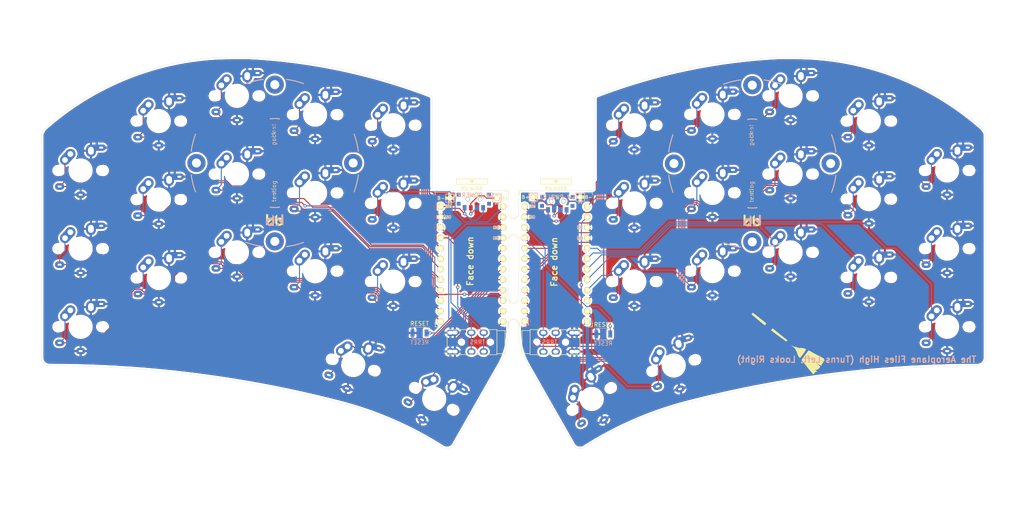
<source format=kicad_pcb>
(kicad_pcb (version 20211014) (generator pcbnew)
  (layers (0 "F.Cu" signal) (31 "B.Cu" signal) (34 "B.Paste" user) (35 "F.Paste" user) (36 "B.SilkS" user "B.Silkscreen") (37 "F.SilkS" user "F.Silkscreen") (38 "B.Mask" user) (39 "F.Mask" user) (44 "Edge.Cuts" user))
  (net 0 "")
  (net 1 "BT+")
  (net 2 "gnd")
  (net 3 "vcc")
  (net 4 "Switch18")
  (net 5 "reset")
  (net 6 "Switch1")
  (net 7 "Switch2")
  (net 8 "Switch3")
  (net 9 "Switch4")
  (net 10 "Switch5")
  (net 11 "Switch6")
  (net 12 "Switch7")
  (net 13 "Switch8")
  (net 14 "Switch9")
  (net 15 "Switch10")
  (net 16 "Switch11")
  (net 17 "Switch12")
  (net 18 "Switch13")
  (net 19 "Switch14")
  (net 20 "Switch15")
  (net 21 "Switch16")
  (net 22 "Switch17")
  (net 23 "Net-(SW_POWER1-Pad1)")
  (net 24 "raw")
  (net 25 "BT+_r")
  (net 26 "Switch18_r")
  (net 27 "reset_r")
  (net 28 "Switch9_r")
  (net 29 "Switch10_r")
  (net 30 "Switch11_r")
  (net 31 "Switch12_r")
  (net 32 "Switch13_r")
  (net 33 "Switch14_r")
  (net 34 "Switch15_r")
  (net 35 "Switch16_r")
  (net 36 "Switch17_r")
  (net 37 "Switch1_r")
  (net 38 "Switch2_r")
  (net 39 "Switch3_r")
  (net 40 "Switch4_r")
  (net 41 "Switch5_r")
  (net 42 "Switch6_r")
  (net 43 "Switch7_r")
  (net 44 "Switch8_r")
  (net 45 "Net-(SW_POWERR1-Pad1)")
  (footprint "kbd:1pin_conn" (layer "F.Cu") (at 146.190005 83.736002)
    (fp_text reference "B+")
    (fp_text value "MountingHole_Pad" hide)
  )
  (footprint "kbd:1pin_conn" (layer "F.Cu") (at 134.760005 83.736002)
    (fp_text reference "B-")
    (fp_text value "MountingHole_Pad" hide)
  )
  (footprint "* duckyb-collection:keyswitch_cherrymx_alps_choc12_slots_1u" (layer "F.Cu") (at 45 77)
    (fp_text reference "SW2" hide)
    (fp_text value "SW_Push" hide)
  )
  (footprint "* duckyb-collection:keyswitch_cherrymx_alps_choc12_slots_1u" (layer "F.Cu") (at 64 65)
    (fp_text reference "SW3" hide)
    (fp_text value "SW_Push" hide)
  )
  (footprint "* duckyb-collection:keyswitch_cherrymx_alps_choc12_slots_1u" (layer "F.Cu") (at 83 58.86)
    (fp_text reference "SW4" hide)
    (fp_text value "SW_Push" hide)
  )
  (footprint "* duckyb-collection:keyswitch_cherrymx_alps_choc12_slots_1u" (layer "F.Cu") (at 101.994 63.432)
    (fp_text reference "SW5" hide)
    (fp_text value "SW_Push" hide)
  )
  (footprint "* duckyb-collection:keyswitch_cherrymx_alps_choc12_slots_1u" (layer "F.Cu") (at 121 66)
    (fp_text reference "SW6" hide)
    (fp_text value "SW_Push" hide)
  )
  (footprint "* duckyb-collection:keyswitch_cherrymx_alps_choc12_slots_1u" (layer "F.Cu") (at 45 96)
    (fp_text reference "SW8" hide)
    (fp_text value "SW_Push" hide)
  )
  (footprint "* duckyb-collection:keyswitch_cherrymx_alps_choc12_slots_1u" (layer "F.Cu") (at 64 84.074)
    (fp_text reference "SW9" hide)
    (fp_text value "SW_Push" hide)
  )
  (footprint "* duckyb-collection:keyswitch_cherrymx_alps_choc12_slots_1u" (layer "F.Cu") (at 83 77.878)
    (fp_text reference "SW10" hide)
    (fp_text value "SW_Push" hide)
  )
  (footprint "* duckyb-collection:keyswitch_cherrymx_alps_choc12_slots_1u" (layer "F.Cu") (at 102 82.45)
    (fp_text reference "SW11" hide)
    (fp_text value "SW_Push" hide)
  )
  (footprint "* duckyb-collection:keyswitch_cherrymx_alps_choc12_slots_1u" (layer "F.Cu") (at 120.98 84.99)
    (fp_text reference "SW12" hide)
    (fp_text value "SW_Push" hide)
  )
  (footprint "* duckyb-collection:keyswitch_cherrymx_alps_choc12_slots_1u" (layer "F.Cu") (at 45 115)
    (fp_text reference "SW14" hide)
    (fp_text value "SW_Push" hide)
  )
  (footprint "* duckyb-collection:keyswitch_cherrymx_alps_choc12_slots_1u" (layer "F.Cu") (at 64.008 103.124)
    (fp_text reference "SW15" hide)
    (fp_text value "SW_Push" hide)
  )
  (footprint "* duckyb-collection:keyswitch_cherrymx_alps_choc12_slots_1u" (layer "F.Cu") (at 83 96.896)
    (fp_text reference "SW16" hide)
    (fp_text value "SW_Push" hide)
  )
  (footprint "* duckyb-collection:keyswitch_cherrymx_alps_choc12_slots_1u" (layer "F.Cu") (at 102 101.468)
    (fp_text reference "SW17" hide)
    (fp_text value "SW_Push" hide)
  )
  (footprint "* duckyb-collection:keyswitch_cherrymx_alps_choc12_slots_1u" (layer "F.Cu") (at 130.95 132.504 -30)
    (fp_text reference "SW20" hide)
    (fp_text value "SW_Push" hide)
  )
  (footprint "* duckyb-collection:keyswitch_cherrymx_alps_choc12_slots_1u" (layer "F.Cu") (at 111.272 124.288 -15)
    (fp_text reference "SW21" hide)
    (fp_text value "SW_Push" hide)
  )
  (footprint "kbd:Tenting_Puck2" (layer "F.Cu") (at 92.202 75.184)
    (fp_text reference "REF**")
    (fp_text value "Tenting Puck")
  )
  (footprint "Kailh:SPDT_C128955r" (layer "F.Cu") (at 140.602 83.99)
    (fp_text reference "SW2")
    (fp_text value "SW_SPDT")
  )
  (footprint "kbd:SW_SPST_B3U-1000P" (layer "F.Cu") (at 127.394 116.502)
    (fp_text reference "RSW1" hide)
    (fp_text value "SW_Push")
  )
  (footprint "* duckyb-collection:keyswitch_cherrymx_alps_choc12_slots_1u" (layer "F.Cu") (at 120.98 104.008)
    (fp_text reference "SW18" hide)
    (fp_text value "SW_Push" hide)
  )
  (footprint "kbd:ProMicro_v3_min" (layer "F.Cu") (at 140.094 100.246)
    (fp_text reference "U1" hide)
    (fp_text value "ProMicro-kbd" hide)
  )
  (footprint "kbd:1pin_conn" (layer "F.Cu") (at 166.45984 83.482002)
    (fp_text reference "B-")
    (fp_text value "MountingHole_Pad" hide)
  )
  (footprint "kbd:SW_SPST_B3U-1000P" (layer "F.Cu") (at 172.04784 116.756)
    (fp_text reference "RSW2" hide)
    (fp_text value "SW_Push")
  )
  (footprint "kbd:1pin_conn" (layer "F.Cu") (at 155.02984 83.482002)
    (fp_text reference "B+")
    (fp_text value "MountingHole_Pad" hide)
  )
  (footprint "kbd:Tenting_Puck2" (layer "F.Cu") (at 208.26984 75.311)
    (fp_text reference "REF**")
    (fp_text value "Tenting Puck")
  )
  (footprint "Kailh:ferris_broom" (layer "F.Cu") (at 215.84984 118.872 7)
    (fp_text reference "G***" hide)
    (fp_text value "LOGO" hide)
  )
  (footprint "Kailh:SPDT_C128955r" (layer "F.Cu") (at 160.87184 84.498)
    (fp_text reference "SW2")
    (fp_text value "SW_SPDT")
  )
  (footprint "Kailh:TRRS-PJ-DPB2" (layer "F.Cu") (at 154.26784 118.734 90)
    (fp_text reference "J1")
    (fp_text value "AudioJack4dpb" hide)
  )
  (footprint "* duckyb-collection:keyswitch_cherrymx_alps_choc12_slots_1u" (layer "F.Cu") (at 198.58584 82.418)
    (fp_text reference "SW11_r1" hide)
    (fp_text value "SW_Push" hide)
  )
  (footprint "* duckyb-collection:keyswitch_cherrymx_alps_choc12_slots_1u" (layer "F.Cu") (at 255.63184 115)
    (fp_text reference "SW13_r1" hide)
    (fp_text value "SW_Push" hide)
  )
  (footprint "* duckyb-collection:keyswitch_cherrymx_alps_choc12_slots_1u" (layer "F.Cu") (at 217.58784 96.896)
    (fp_text reference "SW15_r1" hide)
    (fp_text value "SW_Push" hide)
  )
  (footprint "* duckyb-collection:keyswitch_cherrymx_alps_choc12_slots_1u" (layer "F.Cu") (at 198.58584 101.468)
    (fp_text reference "SW16_r1" hide)
    (fp_text value "SW_Push" hide)
  )
  (footprint "* duckyb-collection:keyswitch_cherrymx_alps_choc12_slots_1u" (layer "F.Cu") (at 198.58584 63.368)
    (fp_text reference "SW5_r1" hide)
    (fp_text value "SW_Push" hide)
  )
  (footprint "* duckyb-collection:keyswitch_cherrymx_alps_choc12_slots_1u" (layer "F.Cu") (at 236.61384 65)
    (fp_text reference "SW3_r1" hide)
    (fp_text value "SW_Push" hide)
  )
  (footprint "* duckyb-collection:keyswitch_cherrymx_alps_choc12_slots_1u" (layer "F.Cu") (at 217.58784 58.86)
    (fp_text reference "SW4_r1" hide)
    (fp_text value "SW_Push" hide)
  )
  (footprint "* duckyb-collection:keyswitch_cherrymx_alps_choc12_slots_1u" (layer "F.Cu") (at 236.61384 83.974)
    (fp_text reference "SW8_r1" hide)
    (fp_text value "SW_Push" hide)
  )
  (footprint "* duckyb-collection:keyswitch_cherrymx_alps_choc12_slots_1u" (layer "F.Cu") (at 217.58784 77.878)
    (fp_text reference "SW9_r1" hide)
    (fp_text value "SW_Push" hide)
  )
  (footprint "* duckyb-collection:keyswitch_cherrymx_alps_choc12_slots_1u" (layer "F.Cu") (at 236.61384 102.992)
    (fp_text reference "SW18_r1" hide)
    (fp_text value "SW_Push" hide)
  )
  (footprint "* duckyb-collection:keyswitch_cherrymx_alps_choc12_slots_1u" (layer "F.Cu") (at 179.58584 84.99)
    (fp_text reference "SW12_r1" hide)
    (fp_text value "SW_Push" hide)
  )
  (footprint "* duckyb-collection:keyswitch_cherrymx_alps_choc12_slots_1u" (layer "F.Cu") (at 255.63184 96)
    (fp_text reference "SW7_r1" hide)
    (fp_text value "SW_Push" hide)
  )
  (footprint "* duckyb-collection:keyswitch_cherrymx_alps_choc12_slots_1u" (layer "F.Cu") (at 255.63184 77)
    (fp_text reference "SW2_r1" hide)
    (fp_text value "SW_Push" hide)
  )
  (footprint "* duckyb-collection:keyswitch_cherrymx_alps_choc12_slots_1u" (layer "F.Cu") (at 179.58584 66)
    (fp_text reference "SW6_r1" hide)
    (fp_text value "SW_Push" hide)
  )
  (footprint "* duckyb-collection:keyswitch_cherrymx_alps_choc12_slots_1u" (layer "F.Cu") (at 169.251 132.542 30)
    (fp_text reference "SW20_r1" hide)
    (fp_text value "SW_Push" hide)
  )
  (footprint "* duckyb-collection:keyswitch_cherrymx_alps_choc12_slots_1u" (layer "F.Cu") (at 179.58584 104.008)
    (fp_text reference "SW17_r1" hide)
    (fp_text value "SW_Push" hide)
  )
  (footprint "* duckyb-collection:keyswitch_cherrymx_alps_choc12_slots_1u" (layer "F.Cu") (at 189.17984 124.41 15)
    (fp_text reference "SW21_r1" hide)
    (fp_text value "SW_Push" hide)
  )
  (footprint "kbd:ProMicro_v3_min" (layer "F.Cu") (at 160.51784 100.246)
    (fp_text reference "U2" hide)
    (fp_text value "ProMicro-kbd" hide)
  )
  (footprint "Duckyb-Parts:mouse-bite-5mm-slot-with-space-for-track" (layer "F.Cu") (at 150.241 90.678)
    (fp_text reference "mouse-bite-5mm-slot" hide)
    (fp_text value "VAL**" hide)
  )
  (footprint "Duckyb-Parts:mouse-bite-5mm-slot-with-space-for-track" (layer "F.Cu") (at 150.241 111.1885)
    (fp_text reference "mouse-bite-5mm-slot" hide)
    (fp_text value "VAL**" hide)
  )
  (footprint "Kailh:TRRS-PJ-DPB2" (layer "F.Cu") (at 146.19 118.734 -90)
    (fp_text reference "J2")
    (fp_text value "AudioJack4dpb" hide)
  )
  (footprint "Kailh:SPDT_C128955" (layer "B.Cu") (at 140.602 83.99 180)
    (fp_text reference "SW_POWERR1")
    (fp_text value "SW_SPDT")
  )
  (footprint "kbd:SW_SPST_B3U-1000P" (layer "B.Cu") (at 127.394 116.502)
    (fp_text reference "RSW1" hide)
    (fp_text value "SW_Push")
  )
  (footprint "Kailh:SPDT_C128955" (layer "B.Cu") (at 160.87184 84.498 180)
    (fp_text reference "SW_POWER1")
    (fp_text value "SW_SPDT")
  )
  (footprint "kbd:SW_SPST_B3U-1000P" (layer "B.Cu") (at 172.04784 116.756)
    (fp_text reference "RSW2" hide)
    (fp_text value "SW_Push")
  )
  (gr_arc (start 148.162 81.866) (mid 148.69233 82.08567) (end 148.912 82.616) (layer "Edge.Cuts") (width 0.05))
  (gr_line (start 148.912 93.218) (end 148.912 101.262) (layer "Edge.Cuts") (width 0.05))
  (gr_line (start 131.458 81.868917) (end 148.162 81.866) (layer "Edge.Cuts") (width 0.05))
  (gr_line (start 147.161679 123.613657) (end 135.71 143.699265) (layer "Edge.Cuts") (width 0.05))
  (gr_arc (start 148.924 116.248) (mid 148.462831 120.031316) (end 147.161679 123.613657) (layer "Edge.Cuts") (width 0.05))
  (gr_line (start 148.912 82.616) (end 148.924 88.11) (layer "Edge.Cuts") (width 0.05))
  (gr_line (start 149.2885 88.11) (end 148.924 88.11) (layer "Edge.Cuts") (width 0.05))
  (gr_line (start 149.2885 93.218) (end 148.912 93.218) (layer "Edge.Cuts") (width 0.05))
  (gr_line (start 149.2885 108.628) (end 148.924 108.628) (layer "Edge.Cuts") (width 0.05))
  (gr_line (start 149.2885 113.7285) (end 148.912 113.7285) (layer "Edge.Cuts") (width 0.05))
  (gr_line (start 148.912 101.262) (end 148.924 108.628) (layer "Edge.Cuts") (width 0.05))
  (gr_line (start 148.912 113.7285) (end 148.924 116.248) (layer "Edge.Cuts") (width 0.05))
  (gr_arc (start 131.458 81.868917) (mid 130.750893 81.576024) (end 130.458 80.868917) (layer "Edge.Cuts") (width 0.05))
  (gr_line (start 130.458 80.868917) (end 130.463 59.473) (layer "Edge.Cuts") (width 0.05))
  (gr_arc (start 35.465859 68.23732) (mid 36.022742 67.119147) (end 36.893 66.223) (layer "Edge.Cuts") (width 0.05))
  (gr_arc (start 85.843227 49.463504) (mid 108.303644 52.385453) (end 130.028245 58.79247) (layer "Edge.Cuts") (width 0.05))
  (gr_line (start 37.768 124.474571) (end 37.493002 124.473917) (layer "Edge.Cuts") (width 0.05))
  (gr_arc (start 107.797707 133.384137) (mid 120.821222 137.841207) (end 132.978 144.298) (layer "Edge.Cuts") (width 0.05))
  (gr_arc (start 37.768 124.474571) (mid 73.062876 126.72836) (end 107.797707 133.384137) (layer "Edge.Cuts") (width 0.05))
  (gr_arc (start 37.493002 124.473917) (mid 36.080534 123.924716) (end 35.458001 122.542999) (layer "Edge.Cuts") (width 0.05))
  (gr_arc (start 135.71 143.699265) (mid 134.468995 144.56898) (end 132.978 144.298) (layer "Edge.Cuts") (width 0.05))
  (gr_arc (start 130.028245 58.79247) (mid 130.345034 59.069226) (end 130.463 59.473) (layer "Edge.Cuts") (width 0.05))
  (gr_line (start 35.465859 68.23732) (end 35.458001 122.542999) (layer "Edge.Cuts") (width 0.05))
  (gr_line (start 85.843227 49.463504) (end 81.868 49.468) (layer "Edge.Cuts") (width 0.05))
  (gr_arc (start 36.893 66.223) (mid 57.870705 53.792798) (end 81.868 49.468) (layer "Edge.Cuts") (width 0.05))
  (gr_line (start 168.99984 81.868917) (end 152.29584 81.866) (layer "Edge.Cuts") (width 0.05))
  (gr_line (start 151.54584 113.7285) (end 151.53384 116.248) (layer "Edge.Cuts") (width 0.05))
  (gr_line (start 153.280536 123.57215) (end 164.74784 143.699265) (layer "Edge.Cuts") (width 0.05))
  (gr_line (start 264.991981 68.23732) (end 264.999839 122.542999) (layer "Edge.Cuts") (width 0.05))
  (gr_line (start 214.614716 49.465561) (end 218.58984 49.468) (layer "Edge.Cuts") (width 0.05))
  (gr_line (start 151.54584 101.262) (end 151.53384 108.628) (layer "Edge.Cuts") (width 0.05))
  (gr_arc (start 151.54584 82.616) (mid 151.76551 82.08567) (end 152.29584 81.866) (layer "Edge.Cuts") (width 0.05))
  (gr_line (start 151.54584 93.218) (end 151.54584 101.262) (layer "Edge.Cuts") (width 0.05))
  (gr_arc (start 167.47984 144.298) (mid 179.636498 137.840747) (end 192.659669 133.38233) (layer "Edge.Cuts") (width 0.05))
  (gr_arc (start 218.58984 49.468) (mid 242.587135 53.792799) (end 263.56484 66.223) (layer "Edge.Cuts") (width 0.05))
  (gr_arc (start 192.659669 133.38233) (mid 227.394847 126.727903) (end 262.68984 124.474571) (layer "Edge.Cuts") (width 0.05))
  (gr_arc (start 167.47984 144.298) (mid 165.988845 144.56898) (end 164.74784 143.699265) (layer "Edge.Cuts") (width 0.05))
  (gr_arc (start 153.280536 123.57215) (mid 151.990927 120.009347) (end 151.53384 116.248) (layer "Edge.Cuts") (width 0.05))
  (gr_line (start 151.54584 82.616) (end 151.53384 88.11) (layer "Edge.Cuts") (width 0.05))
  (gr_arc (start 169.99984 80.868917) (mid 169.706947 81.576024) (end 168.99984 81.868917) (layer "Edge.Cuts") (width 0.05))
  (gr_line (start 169.99984 80.868917) (end 169.99484 59.473) (layer "Edge.Cuts") (width 0.05))
  (gr_arc (start 263.56484 66.223) (mid 264.435098 67.119147) (end 264.991981 68.23732) (layer "Edge.Cuts") (width 0.05))
  (gr_arc (start 170.429595 58.79247) (mid 192.154223 52.385977) (end 214.614716 49.465561) (layer "Edge.Cuts") (width 0.05))
  (gr_line (start 262.68984 124.474571) (end 262.964838 124.473917) (layer "Edge.Cuts") (width 0.05))
  (gr_arc (start 264.999839 122.542999) (mid 264.377307 123.924716) (end 262.964838 124.473917) (layer "Edge.Cuts") (width 0.05))
  (gr_arc (start 169.99484 59.473) (mid 170.112806 59.069226) (end 170.429595 58.79247) (layer "Edge.Cuts") (width 0.05))
  (gr_line (start 151.53384 88.11) (end 151.1935 88.11) (layer "Edge.Cuts") (width 0.05))
  (gr_line (start 151.54584 93.218) (end 151.1935 93.218) (layer "Edge.Cuts") (width 0.05))
  (gr_arc (start 149.288501 113.7285) (mid 150.241 113.083627) (end 151.193499 113.728501) (layer "Edge.Cuts") (width 0.05))
  (gr_line (start 151.53384 108.628) (end 151.1935 108.628) (layer "Edge.Cuts") (width 0.05))
  (gr_arc (start 149.288501 93.218) (mid 150.241 92.573127) (end 151.193499 93.218001) (layer "Edge.Cuts") (width 0.05))
  (gr_line (start 151.54584 113.7285) (end 151.1935 113.7285) (layer "Edge.Cuts") (width 0.05))
  (gr_arc (start 151.193499 108.628) (mid 150.241 109.285937) (end 149.288501 108.627999) (layer "Edge.Cuts") (width 0.05))
  (gr_arc (start 151.193499 88.11) (mid 150.241 88.772807) (end 149.288501 88.109999) (layer "Edge.Cuts") (width 0.05))
  (gr_text "The Aeroplane Flies High (Turns Left, Looks Right)" (at 233.62984 122.936) (layer "B.SilkS") (effects (font (size 1.5 1.5) (thickness 0.3)) (justify mirror)))
  (gr_text "Face down" (at 160.10984 99.23 90) (layer "F.SilkS") (effects (font (size 1.5 1.5) (thickness 0.3))))
  (gr_text "Face down" (at 139.7 99.06 90) (layer "F.SilkS") (effects (font (size 1.5 1.5) (thickness 0.3))))
  (segment (start 158.381843 85.323001) (end 157.231843 84.173001) (width 0.25) (layer "F.Cu") (net 1))
  (segment (start 157.231843 84.173001) (end 155.720841 84.173001) (width 0.25) (layer "F.Cu") (net 1))
  (segment (start 155.720841 84.173001) (end 155.02984 83.482) (width 0.25) (layer "F.Cu") (net 1))
  (segment (start 160.10984 86.585) (end 160.12184 86.573) (width 0.25) (layer "F.Cu") (net 1))
  (segment (start 160.12184 85.698) (end 159.746841 85.323001) (width 0.25) (layer "F.Cu") (net 1))
  (segment (start 159.746841 85.323001) (end 158.381843 85.323001) (width 0.25) (layer "F.Cu") (net 1))
  (segment (start 160.10984 88.054) (end 160.10984 86.585) (width 0.25) (layer "F.Cu") (net 1))
  (segment (start 160.12184 86.573) (end 160.12184 85.698) (width 0.25) (layer "F.Cu") (net 1))
  (via (at 160.10984 88.054) (size 0.8) (drill 0.4) (layers "F.Cu" "B.Cu") (net 1))
  (segment (start 161.62184 86.573) (end 161.62184 87.05) (width 0.25) (layer "B.Cu") (net 1))
  (segment (start 161.62184 86.573) (end 161.59084 86.573) (width 0.25) (layer "B.Cu") (net 1))
  (segment (start 161.59084 86.573) (end 160.10984 88.054) (width 0.25) (layer "B.Cu") (net 1))
  (segment (start 133.236 88.308) (end 132.4854 88.308) (width 0.25) (layer "B.Cu") (net 2))
  (segment (start 134.76 83.736) (end 134.76 86.784) (width 0.25) (layer "B.Cu") (net 2))
  (segment (start 134.76 86.784) (end 133.236 88.308) (width 0.25) (layer "B.Cu") (net 2))
  (segment (start 136.652 105.41) (end 136.652 105.41) (width 0.25) (layer "F.Cu") (net 3))
  (segment (start 157.46784 121.044) (end 157.48784 121.064) (width 0.25) (layer "F.Cu") (net 3))
  (segment (start 132.4854 93.388) (end 134.282 93.388) (width 0.25) (layer "F.Cu") (net 3))
  (segment (start 136.652 95.758) (end 136.652 105.41) (width 0.25) (layer "F.Cu") (net 3))
  (segment (start 134.282 93.388) (end 136.652 95.758) (width 0.25) (layer "F.Cu") (net 3))
  (via (at 136.652 105.41) (size 0.8) (drill 0.4) (layers "F.Cu" "B.Cu") (net 3))
  (segment (start 157.46784 121.044) (end 157.48784 121.064) (width 0.25) (layer "B.Cu") (net 3))
  (segment (start 157.46784 116.434) (end 157.46784 121.044) (width 0.25) (layer "B.Cu") (net 3))
  (segment (start 152.90924 93.388) (end 157.46784 97.9466) (width 0.25) (layer "B.Cu") (net 3))
  (segment (start 157.46784 97.9466) (end 157.46784 116.434) (width 0.25) (layer "B.Cu") (net 3))
  (segment (start 136.652 110.086) (end 142.97 116.404) (width 0.25) (layer "B.Cu") (net 3))
  (segment (start 136.652 105.41) (end 136.652 110.086) (width 0.25) (layer "B.Cu") (net 3))
  (segment (start 142.97 116.404) (end 142.97 121.014) (width 0.25) (layer "B.Cu") (net 3))
  (segment (start 142.97 121.014) (end 142.99 121.034) (width 0.25) (layer "B.Cu") (net 3))
  (segment (start 135.014 109.083718) (end 135.014 93.642) (width 0.25) (layer "B.Cu") (net 4))
  (segment (start 139.97 121.014) (end 139.99 121.034) (width 0.25) (layer "B.Cu") (net 4))
  (segment (start 139.97 114.039718) (end 135.014 109.083718) (width 0.25) (layer "B.Cu") (net 4))
  (segment (start 146.02888 89.98452) (end 147.7054 88.308) (width 0.25) (layer "B.Cu") (net 4))
  (segment (start 139.97 116.404) (end 139.97 114.039718) (width 0.25) (layer "B.Cu") (net 4))
  (segment (start 139.97 116.404) (end 139.97 121.014) (width 0.25) (layer "B.Cu") (net 4))
  (segment (start 138.67148 89.98452) (end 146.02888 89.98452) (width 0.25) (layer "B.Cu") (net 4))
  (segment (start 135.014 93.642) (end 138.67148 89.98452) (width 0.25) (layer "B.Cu") (net 4))
  (segment (start 129.094 116.502) (end 129.934 116.502) (width 0.25) (layer "F.Cu") (net 5))
  (via (at 129.934 116.502) (size 0.8) (drill 0.4) (layers "F.Cu" "B.Cu") (net 5))
  (segment (start 129.934 116.502) (end 129.094 116.502) (width 0.25) (layer "B.Cu") (net 5))
  (segment (start 134.493 113.309162) (end 131.300162 116.502) (width 0.25) (layer "B.Cu") (net 5))
  (segment (start 131.300162 116.502) (end 129.934 116.502) (width 0.25) (layer "B.Cu") (net 5))
  (segment (start 134.493 92.8556) (end 134.493 113.309162) (width 0.25) (layer "B.Cu") (net 5))
  (segment (start 132.4854 90.848) (end 134.493 92.8556) (width 0.25) (layer "B.Cu") (net 5))
  (segment (start 129.598359 85.055589) (end 129.598359 96.070359) (width 0.25) (layer "F.Cu") (net 6))
  (segment (start 125.238397 75.968037) (end 127.978962 78.708602) (width 0.25) (layer "F.Cu") (net 6))
  (segment (start 138.316 107.104) (end 133.744 107.104) (width 0.25) (layer "F.Cu") (net 6))
  (segment (start 41.2 79.6) (end 39.9 80.9) (width 0.25) (layer "F.Cu") (net 6))
  (segment (start 41.2 74.45) (end 41.2 79.6) (width 0.25) (layer "F.Cu") (net 6))
  (segment (start 84.97402 70.49602) (end 96.894196 70.49602) (width 0.25) (layer "F.Cu") (net 6))
  (segment (start 96.894196 70.49602) (end 98.868206 72.470028) (width 0.25) (layer "F.Cu") (net 6))
  (segment (start 127.978962 83.349038) (end 127.978964 83.436194) (width 0.25) (layer "F.Cu") (net 6))
  (segment (start 98.868206 72.470028) (end 113.486798 72.470028) (width 0.25) (layer "F.Cu") (net 6))
  (segment (start 133.672999 107.175001) (end 133.926999 107.175001) (width 0.25) (layer "F.Cu") (net 6))
  (segment (start 56.514 80.9) (end 66.91798 70.49602) (width 0.25) (layer "F.Cu") (net 6))
  (segment (start 66.91798 70.49602) (end 84.97402 70.49602) (width 0.25) (layer "F.Cu") (net 6))
  (segment (start 127.978964 83.436194) (end 129.598359 85.055589) (width 0.25) (layer "F.Cu") (net 6))
  (segment (start 129.598359 101.297369) (end 131.167319 102.866329) (width 0.25) (layer "F.Cu") (net 6))
  (segment (start 113.486798 72.470028) (end 114.7568 73.740028) (width 0.25) (layer "F.Cu") (net 6))
  (segment (start 131.167319 102.866329) (end 131.167319 106.378681) (width 0.25) (layer "F.Cu") (net 6))
  (segment (start 129.598359 96.070359) (end 129.598359 101.297369) (width 0.25) (layer "F.Cu") (net 6))
  (segment (start 129.598359 95.846359) (end 129.598359 96.070359) (width 0.25) (layer "F.Cu") (net 6))
  (segment (start 114.7568 73.740028) (end 116.144388 73.740028) (width 0.25) (layer "F.Cu") (net 6))
  (segment (start 116.144388 73.740028) (end 118.372399 75.968037) (width 0.25) (layer "F.Cu") (net 6))
  (segment (start 118.372399 75.968037) (end 125.238397 75.968037) (width 0.25) (layer "F.Cu") (net 6))
  (segment (start 127.978962 78.708602) (end 127.978962 83.349038) (width 0.25) (layer "F.Cu") (net 6))
  (segment (start 39.9 80.9) (end 56.514 80.9) (width 0.25) (layer "F.Cu") (net 6))
  (segment (start 131.167319 106.378681) (end 131.963639 107.175001) (width 0.25) (layer "F.Cu") (net 6))
  (segment (start 133.744 107.104) (end 133.672999 107.175001) (width 0.25) (layer "F.Cu") (net 6))
  (segment (start 131.963639 107.175001) (end 133.672999 107.175001) (width 0.25) (layer "F.Cu") (net 6))
  (via (at 138.316 107.104) (size 0.8) (drill 0.4) (layers "F.Cu" "B.Cu") (net 6))
  (segment (start 146.252401 107.175001) (end 146.6937 107.6163) (width 0.25) (layer "B.Cu") (net 6))
  (segment (start 146.1814 107.104) (end 146.6937 107.6163) (width 0.25) (layer "B.Cu") (net 6))
  (segment (start 146.6937 107.6163) (end 147.7054 108.628) (width 0.25) (layer "B.Cu") (net 6))
  (segment (start 138.316 107.104) (end 146.1814 107.104) (width 0.25) (layer "B.Cu") (net 6))
  (segment (start 69.53801 70.04601) (end 97.080596 70.04601) (width 0.25) (layer "F.Cu") (net 7))
  (segment (start 68.392 68.9) (end 69.53801 70.04601) (width 0.25) (layer "F.Cu") (net 7))
  (segment (start 128.428973 80.168973) (end 128.428973 80.676973) (width 0.25) (layer "F.Cu") (net 7))
  (segment (start 128.428972 80.676972) (end 128.428973 80.676973) (width 0.25) (layer "F.Cu") (net 7))
  (segment (start 60.2 67.6) (end 58.9 68.9) (width 0.25) (layer "F.Cu") (net 7))
  (segment (start 125.424799 75.518029) (end 128.428972 78.522202) (width 0.25) (layer "F.Cu") (net 7))
  (segment (start 97.080596 70.04601) (end 99.054605 72.020019) (width 0.25) (layer "F.Cu") (net 7))
  (segment (start 128.428972 78.522202) (end 128.428972 80.676972) (width 0.25) (layer "F.Cu") (net 7))
  (segment (start 128.428973 83.249793) (end 130.048369 84.869189) (width 0.25) (layer "F.Cu") (net 7))
  (segment (start 130.048369 84.869189) (end 130.048369 101.110969) (width 0.25) (layer "F.Cu") (net 7))
  (segment (start 130.048369 101.110969) (end 132.4854 103.548) (width 0.25) (layer "F.Cu") (net 7))
  (segment (start 116.33079 73.29002) (end 118.558798 75.518028) (width 0.25) (layer "F.Cu") (net 7))
  (segment (start 99.054605 72.020019) (end 113.6732 72.02002) (width 0.25) (layer "F.Cu") (net 7))
  (segment (start 113.6732 72.02002) (end 114.943199 73.290019) (width 0.25) (layer "F.Cu") (net 7))
  (segment (start 128.428973 80.676973) (end 128.428973 83.249793) (width 0.25) (layer "F.Cu") (net 7))
  (segment (start 60.2 62.45) (end 60.2 67.6) (width 0.25) (layer "F.Cu") (net 7))
  (segment (start 114.943199 73.290019) (end 116.33079 73.29002) (width 0.25) (layer "F.Cu") (net 7))
  (segment (start 58.9 68.9) (end 68.392 68.9) (width 0.25) (layer "F.Cu") (net 7))
  (segment (start 118.558798 75.518028) (end 125.424799 75.518029) (width 0.25) (layer "F.Cu") (net 7))
  (segment (start 116.51719 72.84001) (end 115.1296 72.84001) (width 0.25) (layer "F.Cu") (net 8))
  (segment (start 132.4854 101.008) (end 130.498379 99.020979) (width 0.25) (layer "F.Cu") (net 8))
  (segment (start 128.878982 78.335802) (end 128.878982 79.909018) (width 0.25) (layer "F.Cu") (net 8))
  (segment (start 118.745199 75.068019) (end 116.51719 72.84001) (width 0.25) (layer "F.Cu") (net 8))
  (segment (start 79.2 56.31) (end 79.2 61.46) (width 0.25) (layer "F.Cu") (net 8))
  (segment (start 123.30598 75.06802) (end 125.6112 75.06802) (width 0.25) (layer "F.Cu") (net 8))
  (segment (start 124.3412 75.06802) (end 123.30598 75.06802) (width 0.25) (layer "F.Cu") (net 8))
  (segment (start 84.736 69.596) (end 77.9 62.76) (width 0.25) (layer "F.Cu") (net 8))
  (segment (start 128.878982 83.063392) (end 128.878982 79.909018) (width 0.25) (layer "F.Cu") (net 8))
  (segment (start 113.8596 71.57001) (end 99.241006 71.57001) (width 0.25) (layer "F.Cu") (net 8))
  (segment (start 79.2 61.46) (end 77.9 62.76) (width 0.25) (layer "F.Cu") (net 8))
  (segment (start 130.498379 99.020979) (end 130.498379 84.682789) (width 0.25) (layer "F.Cu") (net 8))
  (segment (start 123.30598 75.06802) (end 118.745199 75.068019) (width 0.25) (layer "F.Cu") (net 8))
  (segment (start 125.6112 75.06802) (end 128.878982 78.335802) (width 0.25) (layer "F.Cu") (net 8))
  (segment (start 130.498379 84.682789) (end 128.878982 83.063392) (width 0.25) (layer "F.Cu") (net 8))
  (segment (start 128.878982 79.909018) (end 128.878981 79.605801) (width 0.25) (layer "F.Cu") (net 8))
  (segment (start 115.1296 72.84001) (end 113.8596 71.57001) (width 0.25) (layer "F.Cu") (net 8))
  (segment (start 99.241006 71.57001) (end 97.266996 69.596) (width 0.25) (layer "F.Cu") (net 8))
  (segment (start 97.266996 69.596) (end 84.736 69.596) (width 0.25) (layer "F.Cu") (net 8))
  (segment (start 129.328991 79.713009) (end 129.328991 82.876991) (width 0.25) (layer "F.Cu") (net 9))
  (segment (start 116.70359 72.39) (end 118.9316 74.61801) (width 0.25) (layer "F.Cu") (net 9))
  (segment (start 129.328991 82.876991) (end 130.948389 84.496389) (width 0.25) (layer "F.Cu") (net 9))
  (segment (start 130.948389 96.930989) (end 132.4854 98.468) (width 0.25) (layer "F.Cu") (net 9))
  (segment (start 98.194 60.882) (end 98.194 66.032) (width 0.25) (layer "F.Cu") (net 9))
  (segment (start 115.316 72.39) (end 116.70359 72.39) (width 0.25) (layer "F.Cu") (net 9))
  (segment (start 114.046 71.12) (end 115.316 72.39) (width 0.25) (layer "F.Cu") (net 9))
  (segment (start 129.328991 78.149401) (end 129.328991 79.713009) (width 0.25) (layer "F.Cu") (net 9))
  (segment (start 129.328991 79.419401) (end 129.328991 79.713009) (width 0.25) (layer "F.Cu") (net 9))
  (segment (start 118.9316 74.61801) (end 125.7976 74.61801) (width 0.25) (layer "F.Cu") (net 9))
  (segment (start 98.194 66.032) (end 96.894 67.332) (width 0.25) (layer "F.Cu") (net 9))
  (segment (start 100.682 71.12) (end 114.046 71.12) (width 0.25) (layer "F.Cu") (net 9))
  (segment (start 96.894 67.332) (end 100.682 71.12) (width 0.25) (layer "F.Cu") (net 9))
  (segment (start 130.948389 84.496389) (end 130.948389 96.930989) (width 0.25) (layer "F.Cu") (net 9))
  (segment (start 125.7976 74.61801) (end 129.328991 78.149401) (width 0.25) (layer "F.Cu") (net 9))
  (segment (start 125.984 74.168) (end 129.794 77.978) (width 0.25) (layer "F.Cu") (net 10))
  (segment (start 129.794 77.978) (end 129.794 79.502) (width 0.25) (layer "F.Cu") (net 10))
  (segment (start 124.714 74.168) (end 125.984 74.168) (width 0.25) (layer "F.Cu") (net 10))
  (segment (start 131.398399 84.184399) (end 131.398399 94.840999) (width 0.25) (layer "F.Cu") (net 10))
  (segment (start 117.2 63.45) (end 117.2 68.6) (width 0.25) (layer "F.Cu") (net 10))
  (segment (start 129.794 82.55) (end 129.779 82.565) (width 0.25) (layer "F.Cu") (net 10))
  (segment (start 119.118 74.168) (end 124.714 74.168) (width 0.25) (layer "F.Cu") (net 10))
  (segment (start 129.794 79.502) (end 129.794 82.55) (width 0.25) (layer "F.Cu") (net 10))
  (segment (start 115.9 70.95) (end 119.118 74.168) (width 0.25) (layer "F.Cu") (net 10))
  (segment (start 131.398399 94.840999) (end 132.4854 95.928) (width 0.25) (layer "F.Cu") (net 10))
  (segment (start 129.794 79.248) (end 129.794 79.502) (width 0.25) (layer "F.Cu") (net 10))
  (segment (start 129.779 82.565) (end 131.398399 84.184399) (width 0.25) (layer "F.Cu") (net 10))
  (segment (start 115.9 69.9) (end 115.9 70.95) (width 0.25) (layer "F.Cu") (net 10))
  (segment (start 117.2 68.6) (end 115.9 69.9) (width 0.25) (layer "F.Cu") (net 10))
  (segment (start 49.706 99.9) (end 61.18248 88.42352) (width 0.25) (layer "F.Cu") (net 11))
  (segment (start 67.691 85.126412) (end 67.691 82.55141) (width 0.25) (layer "F.Cu") (net 11))
  (segment (start 94.42698 84.77498) (end 97.47498 84.77498) (width 0.25) (layer "F.Cu") (net 11))
  (segment (start 67.691 82.55141) (end 70.2904 79.95201) (width 0.25) (layer "F.Cu") (net 11))
  (segment (start 64.393892 88.42352) (end 67.691 85.126412) (width 0.25) (layer "F.Cu") (net 11))
  (segment (start 39.9 99.9) (end 49.706 99.9) (width 0.25) (layer "F.Cu") (net 11))
  (segment (start 97.47498 84.77498) (end 97.482969 84.766991) (width 0.25) (layer "F.Cu") (net 11))
  (segment (start 97.482969 84.766991) (end 98.736991 84.766991) (width 0.25) (layer "F.Cu") (net 11))
  (segment (start 70.2904 79.95201) (end 80.330598 79.95201) (width 0.25) (layer "F.Cu") (net 11))
  (segment (start 90.932 81.28) (end 94.42698 84.77498) (width 0.25) (layer "F.Cu") (net 11))
  (segment (start 61.18248 88.42352) (end 64.393892 88.42352) (width 0.25) (layer "F.Cu") (net 11))
  (segment (start 98.736991 84.766991) (end 99.568 85.598) (width 0.25) (layer "F.Cu") (net 11))
  (segment (start 81.658588 81.28) (end 90.932 81.28) (width 0.25) (layer "F.Cu") (net 11))
  (segment (start 80.330598 79.95201) (end 81.658588 81.28) (width 0.25) (layer "F.Cu") (net 11))
  (via (at 99.568 85.598) (size 0.8) (drill 0.4) (layers "F.Cu" "B.Cu") (net 11))
  (segment (start 39.9 97.759002) (end 39.9 99.9) (width 0.25) (layer "B.Cu") (net 11))
  (segment (start 111.237 91.709) (end 114.948 95.42) (width 0.25) (layer "B.Cu") (net 11))
  (segment (start 131.0827 98.0927) (end 131.0827 104.6853) (width 0.25) (layer "B.Cu") (net 11))
  (segment (start 128.41 95.42) (end 131.0827 98.0927) (width 0.25) (layer "B.Cu") (net 11))
  (segment (start 99.568 85.598) (end 105.126 85.598) (width 0.25) (layer "B.Cu") (net 11))
  (segment (start 105.126 85.598) (end 111.237 91.709) (width 0.25) (layer "B.Cu") (net 11))
  (segment (start 41.2 96.459002) (end 39.9 97.759002) (width 0.25) (layer "B.Cu") (net 11))
  (segment (start 110.63 91.102) (end 111.237 91.709) (width 0.25) (layer "B.Cu") (net 11))
  (segment (start 41.2 93.45) (end 41.2 96.459002) (width 0.25) (layer "B.Cu") (net 11))
  (segment (start 131.0827 104.6853) (end 132.4854 106.088) (width 0.25) (layer "B.Cu") (net 11))
  (segment (start 114.948 95.42) (end 128.41 95.42) (width 0.25) (layer "B.Cu") (net 11))
  (segment (start 129.148349 96.158349) (end 129.148349 101.492349) (width 0.25) (layer "F.Cu") (net 12))
  (segment (start 91.06041 80.772) (end 94.10841 83.82) (width 0.25) (layer "F.Cu") (net 12))
  (segment (start 101.410978 85.96798) (end 106.5448 85.96798) (width 0.25) (layer "F.Cu") (net 12))
  (segment (start 94.10841 83.82) (end 99.262998 83.82) (width 0.25) (layer "F.Cu") (net 12))
  (segment (start 130.696 103.294) (end 130.717309 103.315309) (width 0.25) (layer "F.Cu") (net 12))
  (segment (start 129.148349 101.492349) (end 129.156929 101.492349) (width 0.25) (layer "F.Cu") (net 12))
  (segment (start 129.148348 95.999938) (end 129.148349 96.158349) (width 0.25) (layer "F.Cu") (net 12))
  (segment (start 99.262998 83.82) (end 101.410978 85.96798) (width 0.25) (layer "F.Cu") (net 12))
  (segment (start 58.9 87.974) (end 64.207002 87.974) (width 0.25) (layer "F.Cu") (net 12))
  (segment (start 130.717309 103.315309) (end 130.717309 106.565081) (width 0.25) (layer "F.Cu") (net 12))
  (segment (start 81.786998 80.772) (end 91.06041 80.772) (width 0.25) (layer "F.Cu") (net 12))
  (segment (start 130.717309 106.565081) (end 132.4854 108.333172) (width 0.25) (layer "F.Cu") (net 12))
  (segment (start 106.5448 85.96798) (end 115.6888 95.11198) (width 0.25) (layer "F.Cu") (net 12))
  (segment (start 132.4854 108.333172) (end 132.4854 108.628) (width 0.25) (layer "F.Cu") (net 12))
  (segment (start 67.24148 84.939522) (end 67.24148 82.36452) (width 0.25) (layer "F.Cu") (net 12))
  (segment (start 130.696 103.03142) (end 130.696 103.294) (width 0.25) (layer "F.Cu") (net 12))
  (segment (start 70.104 79.502) (end 80.516998 79.502) (width 0.25) (layer "F.Cu") (net 12))
  (segment (start 115.6888 95.11198) (end 128.26039 95.11198) (width 0.25) (layer "F.Cu") (net 12))
  (segment (start 64.207002 87.974) (end 67.24148 84.939522) (width 0.25) (layer "F.Cu") (net 12))
  (segment (start 67.24148 82.36452) (end 70.104 79.502) (width 0.25) (layer "F.Cu") (net 12))
  (segment (start 129.156929 101.492349) (end 130.696 103.03142) (width 0.25) (layer "F.Cu") (net 12))
  (segment (start 128.26039 95.11198) (end 129.148348 95.999938) (width 0.25) (layer "F.Cu") (net 12))
  (segment (start 80.516998 79.502) (end 81.786998 80.772) (width 0.25) (layer "F.Cu") (net 12))
  (segment (start 60.2 81.524) (end 60.2 86.674) (width 0.25) (layer "B.Cu") (net 12))
  (segment (start 60.2 86.674) (end 58.9 87.974) (width 0.25) (layer "B.Cu") (net 12))
  (segment (start 94.24058 85.22499) (end 97.90901 85.22499) (width 0.25) (layer "F.Cu") (net 13))
  (segment (start 128.698339 96.186339) (end 128.698339 101.735661) (width 0.25) (layer "F.Cu") (net 13))
  (segment (start 97.917 85.217) (end 99.11799 86.41799) (width 0.25) (layer "F.Cu") (net 13))
  (segment (start 106.3584 86.41799) (end 115.5024 95.56199) (width 0.25) (layer "F.Cu") (net 13))
  (segment (start 130.128085 103.099915) (end 130.24599 103.21782) (width 0.25) (layer "F.Cu") (net 13))
  (segment (start 97.90901 85.22499) (end 97.917 85.217) (width 0.25) (layer "F.Cu") (net 13))
  (segment (start 115.5024 95.56199) (end 128.07399 95.56199) (width 0.25) (layer "F.Cu") (net 13))
  (segment (start 130.267299 103.627299) (end 130.267299 106.751481) (width 0.25) (layer "F.Cu") (net 13))
  (segment (start 130.267299 106.751481) (end 130.95 107.434182) (width 0.25) (layer "F.Cu") (net 13))
  (segment (start 90.79359 81.778) (end 94.24058 85.22499) (width 0.25) (layer "F.Cu") (net 13))
  (segment (start 128.07399 95.56199) (end 128.698339 96.186339) (width 0.25) (layer "F.Cu") (net 13))
  (segment (start 130.24599 103.21782) (end 130.24599 103.60599) (width 0.25) (layer "F.Cu") (net 13))
  (segment (start 130.95 109.6326) (end 132.4854 111.168) (width 0.25) (layer "F.Cu") (net 13))
  (segment (start 130.95 107.434182) (end 130.95 109.6326) (width 0.25) (layer "F.Cu") (net 13))
  (segment (start 130.062593 103.099915) (end 130.128085 103.099915) (width 0.25) (layer "F.Cu") (net 13))
  (segment (start 128.698339 101.735661) (end 130.062593 103.099915) (width 0.25) (layer "F.Cu") (net 13))
  (segment (start 130.24599 103.60599) (end 130.267299 103.627299) (width 0.25) (layer "F.Cu") (net 13))
  (segment (start 77.9 81.778) (end 90.79359 81.778) (width 0.25) (layer "F.Cu") (net 13))
  (segment (start 99.11799 86.41799) (end 106.3584 86.41799) (width 0.25) (layer "F.Cu") (net 13))
  (segment (start 79.2 80.478) (end 77.9 81.778) (width 0.25) (layer "B.Cu") (net 13))
  (segment (start 79.2 75.328) (end 79.2 80.478) (width 0.25) (layer "B.Cu") (net 13))
  (segment (start 130.49999 111.72259) (end 130.7017 111.9243) (width 0.25) (layer "F.Cu") (net 14))
  (segment (start 128.24833 97.04967) (end 128.24833 96.49833) (width 0.25) (layer "F.Cu") (net 14))
  (segment (start 129.79598 103.469712) (end 129.79598 103.79239) (width 0.25) (layer "F.Cu") (net 14))
  (segment (start 128.248329 96.782329) (end 128.24833 97.04967) (width 0.25) (layer "F.Cu") (net 14))
  (segment (start 130.49999 107.620582) (end 130.49999 111.72259) (width 0.25) (layer "F.Cu") (net 14))
  (segment (start 127.762 96.012) (end 115.316 96.012) (width 0.25) (layer "F.Cu") (net 14))
  (segment (start 128.24833 101.922062) (end 129.79598 103.469712) (width 0.25) (layer "F.Cu") (net 14))
  (segment (start 97.418 86.868) (end 96.9 86.35) (width 0.25) (layer "F.Cu") (net 14))
  (segment (start 129.79598 103.79239) (end 129.817289 103.813699) (width 0.25) (layer "F.Cu") (net 14))
  (segment (start 128.24833 97.04967) (end 128.24833 101.922062) (width 0.25) (layer "F.Cu") (net 14))
  (segment (start 130.7017 111.9243) (end 132.4854 113.708) (width 0.25) (layer "F.Cu") (net 14))
  (segment (start 115.316 96.012) (end 106.172 86.868) (width 0.25) (layer "F.Cu") (net 14))
  (segment (start 128.24833 96.49833) (end 127.762 96.012) (width 0.25) (layer "F.Cu") (net 14))
  (segment (start 106.172 86.868) (end 97.418 86.868) (width 0.25) (layer "F.Cu") (net 14))
  (segment (start 129.817289 103.813699) (end 129.817289 106.937881) (width 0.25) (layer "F.Cu") (net 14))
  (segment (start 129.817289 106.937881) (end 130.49999 107.620582) (width 0.25) (layer "F.Cu") (net 14))
  (segment (start 98.2 85.05) (end 96.9 86.35) (width 0.25) (layer "B.Cu") (net 14))
  (segment (start 98.2 79.9) (end 98.2 85.05) (width 0.25) (layer "B.Cu") (net 14))
  (segment (start 115.88 88.89) (end 115.834 88.89) (width 0.25) (layer "F.Cu") (net 15))
  (segment (start 117.18 82.44) (end 119.422998 82.44) (width 0.25) (layer "B.Cu") (net 15))
  (segment (start 119.422998 82.44) (end 119.697519 82.165479) (width 0.25) (layer "B.Cu") (net 15))
  (segment (start 138.43 89.535) (end 143.9384 89.535) (width 0.25) (layer "B.Cu") (net 15))
  (segment (start 134.704261 82.165479) (end 136.034609 83.495827) (width 0.25) (layer "B.Cu") (net 15))
  (segment (start 136.034609 83.495827) (end 136.034609 87.139609) (width 0.25) (layer "B.Cu") (net 15))
  (segment (start 136.034609 87.139609) (end 138.43 89.535) (width 0.25) (layer "B.Cu") (net 15))
  (segment (start 117.18 87.59) (end 115.88 88.89) (width 0.25) (layer "B.Cu") (net 15))
  (segment (start 119.697519 82.165479) (end 134.704261 82.165479) (width 0.25) (layer "B.Cu") (net 15))
  (segment (start 143.9384 89.535) (end 147.7054 85.768) (width 0.25) (layer "B.Cu") (net 15))
  (segment (start 117.18 82.44) (end 117.18 87.59) (width 0.25) (layer "B.Cu") (net 15))
  (segment (start 144.92 102.882162) (end 144.92 98.7134) (width 0.25) (layer "F.Cu") (net 16))
  (segment (start 87.951392 101.792982) (end 89.398392 103.239982) (width 0.25) (layer "F.Cu") (net 16))
  (segment (start 83.243095 99.895981) (end 85.140095 101.792981) (width 0.25) (layer "F.Cu") (net 16))
  (segment (start 89.398392 103.239982) (end 98.924802 103.239982) (width 0.25) (layer "F.Cu") (net 16))
  (segment (start 66.2716 106.57399) (end 67.389491 105.456099) (width 0.25) (layer "F.Cu") (net 16))
  (segment (start 58.142006 105.89899) (end 59.673994 105.89899) (width 0.25) (layer "F.Cu") (net 16))
  (segment (start 118.655038 107.733038) (end 118.655038 107.696) (width 0.25) (layer "F.Cu") (net 16))
  (segment (start 118.655038 107.733038) (end 118.655038 115.601398) (width 0.25) (layer "F.Cu") (net 16))
  (segment (start 100.45841 104.77359) (end 105.28441 104.77359) (width 0.25) (layer "F.Cu") (net 16))
  (segment (start 70.615608 99.22098) (end 79.40898 99.22098) (width 0.25) (layer "F.Cu") (net 16))
  (segment (start 41.19 112.21) (end 41.19 113.46) (width 0.25) (layer "F.Cu") (net 16))
  (segment (start 113.99029 105.09747) (end 114.32578 105.43296) (width 0.25) (layer "F.Cu") (net 16))
  (segment (start 133.007161 114.795001) (end 144.92 102.882162) (width 0.25) (layer "F.Cu") (net 16))
  (segment (start 60.348994 106.57399) (end 66.2716 106.57399) (width 0.25) (layer "F.Cu") (net 16))
  (segment (start 48.413002 118.9) (end 57.48299 109.830012) (width 0.25) (layer "F.Cu") (net 16))
  (segment (start 117.205194 105.43296) (end 118.655038 106.882804) (width 0.25) (layer "F.Cu") (net 16))
  (segment (start 67.389491 105.456099) (end 67.389491 102.447097) (width 0.25) (layer "F.Cu") (net 16))
  (segment (start 57.48299 106.558006) (end 58.142006 105.89899) (width 0.25) (layer "F.Cu") (net 16))
  (segment (start 98.924802 103.239982) (end 100.45841 104.77359) (width 0.25) (layer "F.Cu") (net 16))
  (segment (start 118.655038 106.882804) (end 118.655038 107.733038) (width 0.25) (layer "F.Cu") (net 16))
  (segment (start 80.08398 99.89598) (end 83.243095 99.895981) (width 0.25) (layer "F.Cu") (net 16))
  (segment (start 144.92 98.7134) (end 147.7054 95.928) (width 0.25) (layer "F.Cu") (net 16))
  (segment (start 39.9 118.9) (end 48.413002 118.9) (width 0.25) (layer "F.Cu") (net 16))
  (segment (start 85.140095 101.792981) (end 87.951392 101.792982) (width 0.25) (layer "F.Cu") (net 16))
  (segment (start 118.655038 115.601398) (end 120.8876 117.83396) (width 0.25) (layer "F.Cu") (net 16))
  (segment (start 105.60829 105.09747) (end 113.99029 105.09747) (width 0.25) (layer "F.Cu") (net 16))
  (segment (start 67.389491 102.447097) (end 70.615608 99.22098) (width 0.25) (layer "F.Cu") (net 16))
  (segment (start 120.8876 117.83396) (end 129.968202 117.83396) (width 0.25) (layer "F.Cu") (net 16))
  (segment (start 59.673994 105.89899) (end 60.348994 106.57399) (width 0.25) (layer "F.Cu") (net 16))
  (segment (start 105.28441 104.77359) (end 105.60829 105.09747) (width 0.25) (layer "F.Cu") (net 16))
  (segment (start 79.40898 99.22098) (end 80.08398 99.89598) (width 0.25) (layer "F.Cu") (net 16))
  (segment (start 114.32578 105.43296) (end 117.205194 105.43296) (width 0.25) (layer "F.Cu") (net 16))
  (segment (start 57.48299 109.830012) (end 57.48299 106.558006) (width 0.25) (layer "F.Cu") (net 16))
  (segment (start 129.968202 117.83396) (end 144.92 102.882162) (width 0.25) (layer "F.Cu") (net 16))
  (segment (start 41.2 117.6) (end 39.9 118.9) (width 0.25) (layer "B.Cu") (net 16))
  (segment (start 41.2 112.45) (end 41.2 117.6) (width 0.25) (layer "B.Cu") (net 16))
  (segment (start 117.018794 105.88297) (end 118.205028 107.069206) (width 0.25) (layer "F.Cu") (net 17))
  (segment (start 67.839011 102.633987) (end 70.802008 99.67099) (width 0.25) (layer "F.Cu") (net 17))
  (segment (start 58.908 107.024) (end 66.458 107.024) (width 0.25) (layer "F.Cu") (net 17))
  (segment (start 79.77199 100.34599) (end 83.056694 100.34599) (width 0.25) (layer "F.Cu") (net 17))
  (segment (start 84.953694 102.242991) (end 87.764991 102.242991) (width 0.25) (layer "F.Cu") (net 17))
  (segment (start 130.154602 118.28397) (end 133.236286 115.202286) (width 0.25) (layer "F.Cu") (net 17))
  (segment (start 106.288521 105.547479) (end 113.803889 105.547479) (width 0.25) (layer "F.Cu") (net 17))
  (segment (start 133.236286 115.202286) (end 133.193562 115.24501) (width 0.25) (layer "F.Cu") (net 17))
  (segment (start 105.09801 105.2236) (end 105.421888 105.547478) (width 0.25) (layer "F.Cu") (net 17))
  (segment (start 145.37001 103.068562) (end 133.236286 115.202286) (width 0.25) (layer "F.Cu") (net 17))
  (segment (start 118.205028 115.787798) (end 120.7012 118.28397) (width 0.25) (layer "F.Cu") (net 17))
  (segment (start 147.7054 98.468) (end 145.37001 100.80339) (width 0.25) (layer "F.Cu") (net 17))
  (segment (start 70.802008 99.67099) (end 79.09699 99.67099) (width 0.25) (layer "F.Cu") (net 17))
  (segment (start 100.27201 105.2236) (end 105.09801 105.2236) (width 0.25) (layer "F.Cu") (net 17))
  (segment (start 89.21199 103.68999) (end 98.738401 103.689991) (width 0.25) (layer "F.Cu") (net 17))
  (segment (start 98.738401 103.689991) (end 100.27201 105.2236) (width 0.25) (layer "F.Cu") (net 17))
  (segment (start 145.37001 100.80339) (end 145.37001 103.068562) (width 0.25) (layer "F.Cu") (net 17))
  (segment (start 66.458 107.024) (end 67.839011 105.642989) (width 0.25) (layer "F.Cu") (net 17))
  (segment (start 118.205028 107.069206) (end 118.205028 115.787798) (width 0.25) (layer "F.Cu") (net 17))
  (segment (start 114.13938 105.88297) (end 117.018794 105.88297) (width 0.25) (layer "F.Cu") (net 17))
  (segment (start 79.09699 99.67099) (end 79.77199 100.34599) (width 0.25) (layer "F.Cu") (net 17))
  (segment (start 67.839011 105.642989) (end 67.839011 102.633987) (width 0.25) (layer "F.Cu") (net 17))
  (segment (start 113.803889 105.547479) (end 114.13938 105.88297) (width 0.25) (layer "F.Cu") (net 17))
  (segment (start 105.801478 105.547478) (end 106.288521 105.547479) (width 0.25) (layer "F.Cu") (net 17))
  (segment (start 87.764991 102.242991) (end 89.21199 103.68999) (width 0.25) (layer "F.Cu") (net 17))
  (segment (start 105.421888 105.547478) (end 106.288521 105.547479) (width 0.25) (layer "F.Cu") (net 17))
  (segment (start 120.7012 118.28397) (end 130.154602 118.28397) (width 0.25) (layer "F.Cu") (net 17))
  (segment (start 83.056694 100.34599) (end 84.953694 102.242991) (width 0.25) (layer "F.Cu") (net 17))
  (segment (start 60.208 105.724) (end 58.908 107.024) (width 0.25) (layer "B.Cu") (net 17))
  (segment (start 60.208 100.574) (end 60.208 105.724) (width 0.25) (layer "B.Cu") (net 17))
  (segment (start 145.936 102.278) (end 147.206 101.008) (width 0.25) (layer "F.Cu") (net 18))
  (segment (start 116.832394 106.33298) (end 117.755019 107.255605) (width 0.25) (layer "F.Cu") (net 18))
  (segment (start 113.95298 106.33298) (end 116.832394 106.33298) (width 0.25) (layer "F.Cu") (net 18))
  (segment (start 105.235488 105.997488) (end 113.617488 105.997488) (width 0.25) (layer "F.Cu") (net 18))
  (segment (start 87.552999 102.693001) (end 88.999998 104.14) (width 0.25) (layer "F.Cu") (net 18))
  (segment (start 113.617488 105.997488) (end 113.95298 106.33298) (width 0.25) (layer "F.Cu") (net 18))
  (segment (start 145.936 103.138982) (end 145.936 102.278) (width 0.25) (layer "F.Cu") (net 18))
  (segment (start 77.9 100.796) (end 82.870293 100.796) (width 0.25) (layer "F.Cu") (net 18))
  (segment (start 120.5148 118.73398) (end 130.341002 118.73398) (width 0.25) (layer "F.Cu") (net 18))
  (segment (start 147.206 101.008) (end 147.7054 101.008) (width 0.25) (layer "F.Cu") (net 18))
  (segment (start 104.91161 105.67361) (end 105.235488 105.997488) (width 0.25) (layer "F.Cu") (net 18))
  (segment (start 130.341002 118.73398) (end 145.936 103.138982) (width 0.25) (layer "F.Cu") (net 18))
  (segment (start 84.767294 102.693001) (end 87.552999 102.693001) (width 0.25) (layer "F.Cu") (net 18))
  (segment (start 117.755019 107.255605) (end 117.75502 115.9742) (width 0.25) (layer "F.Cu") (net 18))
  (segment (start 88.999998 104.14) (end 98.552 104.14) (width 0.25) (layer "F.Cu") (net 18))
  (segment (start 98.552 104.14) (end 100.08561 105.67361) (width 0.25) (layer "F.Cu") (net 18))
  (segment (start 100.08561 105.67361) (end 104.91161 105.67361) (width 0.25) (layer "F.Cu") (net 18))
  (segment (start 82.870293 100.796) (end 84.767294 102.693001) (width 0.25) (layer "F.Cu") (net 18))
  (segment (start 117.75502 115.9742) (end 120.5148 118.73398) (width 0.25) (layer "F.Cu") (net 18))
  (segment (start 79.2 94.346) (end 79.2 99.496) (width 0.25) (layer "B.Cu") (net 18))
  (segment (start 79.2 99.496) (end 77.9 100.796) (width 0.25) (layer "B.Cu") (net 18))
  (segment (start 134.981014 119.18399) (end 137.623502 116.541502) (width 0.25) (layer "F.Cu") (net 19))
  (segment (start 138.316 111.531004) (end 138.316 111.395392) (width 0.25) (layer "F.Cu") (net 19))
  (segment (start 113.431088 106.447498) (end 113.76658 106.78299) (width 0.25) (layer "F.Cu") (net 19))
  (segment (start 138.316 111.395392) (end 146.163392 103.548) (width 0.25) (layer "F.Cu") (net 19))
  (segment (start 120.3284 119.18399) (end 134.981014 119.18399) (width 0.25) (layer "F.Cu") (net 19))
  (segment (start 104.77359 106.172) (end 105.049088 106.447498) (width 0.25) (layer "F.Cu") (net 19))
  (segment (start 116.645994 106.78299) (end 117.30501 107.442006) (width 0.25) (layer "F.Cu") (net 19))
  (segment (start 117.30501 116.1606) (end 120.3284 119.18399) (width 0.25) (layer "F.Cu") (net 19))
  (segment (start 136.037993 118.127011) (end 137.623502 116.541502) (width 0.25) (layer "F.Cu") (net 19))
  (segment (start 98.806 106.172) (end 104.77359 106.172) (width 0.25) (layer "F.Cu") (net 19))
  (segment (start 113.76658 106.78299) (end 116.645994 106.78299) (width 0.25) (layer "F.Cu") (net 19))
  (segment (start 105.049088 106.447498) (end 113.431088 106.447498) (width 0.25) (layer "F.Cu") (net 19))
  (segment (start 117.30501 107.442006) (end 117.30501 116.1606) (width 0.25) (layer "F.Cu") (net 19))
  (segment (start 137.623502 116.541502) (end 138.116502 116.048502) (width 0.25) (layer "F.Cu") (net 19))
  (segment (start 146.163392 103.548) (end 147.7054 103.548) (width 0.25) (layer "F.Cu") (net 19))
  (segment (start 98.002 105.368) (end 98.806 106.172) (width 0.25) (layer "F.Cu") (net 19))
  (segment (start 96.9 105.368) (end 98.002 105.368) (width 0.25) (layer "F.Cu") (net 19))
  (segment (start 138.116502 111.730502) (end 138.316 111.531004) (width 0.25) (layer "F.Cu") (net 19))
  (segment (start 138.116502 116.048502) (end 138.116502 111.730502) (width 0.25) (layer "F.Cu") (net 19))
  (segment (start 98.2 104.068) (end 96.9 105.368) (width 0.25) (layer "B.Cu") (net 19))
  (segment (start 98.2 98.918) (end 98.2 104.068) (width 0.25) (layer "B.Cu") (net 19))
  (segment (start 116.85549 108.88349) (end 116.85549 116.34749) (width 0.25) (layer "F.Cu") (net 20))
  (segment (start 138.566512 116.234902) (end 138.566512 111.916902) (width 0.25) (layer "F.Cu") (net 20))
  (segment (start 120.142 119.634) (end 135.167414 119.634) (width 0.25) (layer "F.Cu") (net 20))
  (segment (start 116.85549 116.34749) (end 120.142 119.634) (width 0.25) (layer "F.Cu") (net 20))
  (segment (start 135.167414 119.634) (end 138.566512 116.234902) (width 0.25) (layer "F.Cu") (net 20))
  (segment (start 144.259802 106.088) (end 147.7054 106.088) (width 0.25) (layer "F.Cu") (net 20))
  (segment (start 138.566512 111.916902) (end 143.65 106.833414) (width 0.25) (layer "F.Cu") (net 20))
  (segment (start 143.65 106.833414) (end 143.65 106.697802) (width 0.25) (layer "F.Cu") (net 20))
  (segment (start 115.88 107.908) (end 116.85549 108.88349) (width 0.25) (layer "F.Cu") (net 20))
  (segment (start 143.65 106.697802) (end 144.259802 106.088) (width 0.25) (layer "F.Cu") (net 20))
  (segment (start 117.18 101.458) (end 117.18 106.608) (width 0.25) (layer "B.Cu") (net 20))
  (segment (start 117.18 106.608) (end 115.88 107.908) (width 0.25) (layer "B.Cu") (net 20))
  (segment (start 108.26147 123.810048) (end 105.336384 126.735134) (width 0.25) (layer "F.Cu") (net 21))
  (segment (start 108.26147 120.841377) (end 108.26147 123.810048) (width 0.25) (layer "F.Cu") (net 21))
  (segment (start 146.177 112.6964) (end 146.177 119.888) (width 0.25) (layer "F.Cu") (net 21))
  (segment (start 111.268249 119.777249) (end 109.892462 119.777249) (width 0.25) (layer "F.Cu") (net 21))
  (segment (start 115.062 123.571) (end 111.268249 119.777249) (width 0.25) (layer "F.Cu") (net 21))
  (segment (start 147.7054 111.168) (end 146.177 112.6964) (width 0.25) (layer "F.Cu") (net 21))
  (segment (start 146.177 119.888) (end 142.494 123.571) (width 0.25) (layer "F.Cu") (net 21))
  (segment (start 142.494 123.571) (end 115.062 123.571) (width 0.25) (layer "F.Cu") (net 21))
  (segment (start 146.685 120.071) (end 142.677 124.079) (width 0.25) (layer "F.Cu") (net 22))
  (segment (start 128.934103 128.395635) (end 128.174999 129.154739) (width 0.25) (layer "F.Cu") (net 22))
  (segment (start 133.223 124.079) (end 130.784936 126.517064) (width 0.25) (layer "F.Cu") (net 22))
  (segment (start 146.685 114.7284) (end 146.685 120.071) (width 0.25) (layer "F.Cu") (net 22))
  (segment (start 128.174999 129.154739) (end 128.174999 130.270001) (width 0.25) (layer "F.Cu") (net 22))
  (segment (start 147.7054 113.708) (end 146.685 114.7284) (width 0.25) (layer "F.Cu") (net 22))
  (segment (start 128.174999 130.270001) (end 125.113501 133.331499) (width 0.25) (layer "F.Cu") (net 22))
  (segment (start 125.113501 133.331499) (end 124.58327 133.331499) (width 0.25) (layer "F.Cu") (net 22))
  (segment (start 142.677 124.079) (end 133.223 124.079) (width 0.25) (layer "F.Cu") (net 22))
  (segment (start 130.784936 126.517064) (end 130.784936 127.789898) (width 0.25) (layer "F.Cu") (net 22))
  (segment (start 138.352 87.51) (end 138.352 87.51) (width 0.25) (layer "F.Cu") (net 24))
  (segment (start 158.62184 88.147002) (end 159.798838 89.324) (width 0.25) (layer "F.Cu") (net 24))
  (segment (start 158.62184 86.573) (end 153.71424 86.573) (width 0.25) (layer "F.Cu") (net 24))
  (segment (start 159.798838 89.324) (end 160.61784 89.324) (width 0.25) (layer "F.Cu") (net 24))
  (segment (start 153.71424 86.573) (end 152.90924 85.768) (width 0.25) (layer "F.Cu") (net 24))
  (segment (start 158.62184 86.573) (end 158.62184 88.147002) (width 0.25) (layer "F.Cu") (net 24))
  (segment (start 137.047001 86.205001) (end 138.352 87.51) (width 0.25) (layer "F.Cu") (net 24))
  (segment (start 134.496782 85.768) (end 132.4854 85.768) (width 0.25) (layer "F.Cu") (net 24))
  (segment (start 138.352 86.065) (end 138.352 87.51) (width 0.25) (layer "F.Cu") (net 24))
  (segment (start 134.933783 86.205001) (end 137.047001 86.205001) (width 0.25) (layer "F.Cu") (net 24))
  (segment (start 134.933783 86.205001) (end 134.496782 85.768) (width 0.25) (layer "F.Cu") (net 24))
  (via (at 160.61784 89.324) (size 0.8) (drill 0.4) (layers "F.Cu" "B.Cu") (net 24))
  (via (at 138.352 87.51) (size 0.8) (drill 0.4) (layers "F.Cu" "B.Cu") (net 24))
  (segment (start 160.61784 89.324) (end 160.61784 89.324) (width 0.25) (layer "B.Cu") (net 24))
  (segment (start 161.24584 89.324) (end 160.61784 89.324) (width 0.25) (layer "B.Cu") (net 24))
  (segment (start 163.12184 86.573) (end 163.12184 87.448) (width 0.25) (layer "B.Cu") (net 24))
  (segment (start 163.12184 87.448) (end 161.24584 89.324) (width 0.25) (layer "B.Cu") (net 24))
  (segment (start 142.852 86.065) (end 142.852 87.526) (width 0.25) (layer "B.Cu") (net 24))
  (segment (start 139.92748 89.08548) (end 138.352 87.51) (width 0.25) (layer "B.Cu") (net 24))
  (segment (start 142.852 87.526) (end 141.29252 89.08548) (width 0.25) (layer "B.Cu") (net 24))
  (segment (start 141.29252 89.08548) (end 139.92748 89.08548) (width 0.25) (layer "B.Cu") (net 24))
  (segment (start 139.852 87.534) (end 139.852 87.534) (width 0.25) (layer "F.Cu") (net 25))
  (segment (start 143.091997 83.164999) (end 143.662998 83.736) (width 0.25) (layer "F.Cu") (net 25))
  (segment (start 139.852 84.994) (end 141.681001 83.164999) (width 0.25) (layer "F.Cu") (net 25))
  (segment (start 139.852 86.065) (end 139.852 87.534) (width 0.25) (layer "F.Cu") (net 25))
  (segment (start 143.662998 83.736) (end 146.19 83.736) (width 0.25) (layer "F.Cu") (net 25))
  (segment (start 139.852 86.065) (end 139.852 84.994) (width 0.25) (layer "F.Cu") (net 25))
  (segment (start 141.681001 83.164999) (end 143.091997 83.164999) (width 0.25) (layer "F.Cu") (net 25))
  (via (at 139.852 87.534) (size 0.8) (drill 0.4) (layers "F.Cu" "B.Cu") (net 25))
  (segment (start 141.352 86.065) (end 141.321 86.065) (width 0.25) (layer "B.Cu") (net 25))
  (segment (start 141.321 86.065) (end 139.852 87.534) (width 0.25) (layer "B.Cu") (net 25))
  (segment (start 160.46784 121.044) (end 160.48784 121.064) (width 0.25) (layer "F.Cu") (net 26))
  (segment (start 166.71384 110.188) (end 160.46784 116.434) (width 0.25) (layer "F.Cu") (net 26))
  (segment (start 166.71384 104.818) (end 166.71384 110.188) (width 0.25) (layer "F.Cu") (net 26))
  (via (at 166.71384 104.818) (size 0.8) (drill 0.4) (layers "F.Cu" "B.Cu") (net 26))
  (segment (start 160.46784 121.044) (end 160.48784 121.064) (width 0.25) (layer "B.Cu") (net 26))
  (segment (start 160.46784 116.434) (end 160.46784 121.044) (width 0.25) (layer "B.Cu") (net 26))
  (segment (start 166.71384 104.818) (end 166.71384 89.7234) (width 0.25) (layer "B.Cu") (net 26))
  (segment (start 166.71384 104.818) (end 166.71384 104.818) (width 0.25) (layer "B.Cu") (net 26))
  (segment (start 166.71384 89.7234) (end 168.12924 88.308) (width 0.25) (layer "B.Cu") (net 26))
  (segment (start 173.74784 114.802) (end 173.74784 116.756) (width 0.25) (layer "F.Cu") (net 27))
  (via (at 173.74784 114.802) (size 0.8) (drill 0.4) (layers "F.Cu" "B.Cu") (net 27))
  (segment (start 167.973477 110.080999) (end 157.91785 100.025372) (width 0.25) (layer "B.Cu") (net 27))
  (segment (start 157.91785 100.025372) (end 157.91785 95.85661) (width 0.25) (layer "B.Cu") (net 27))
  (segment (start 173.74784 113.122) (end 170.706839 110.080999) (width 0.25) (layer "B.Cu") (net 27))
  (segment (start 173.74784 114.802) (end 173.74784 113.122) (width 0.25) (layer "B.Cu") (net 27))
  (segment (start 170.706839 110.080999) (end 167.973477 110.080999) (width 0.25) (layer "B.Cu") (net 27))
  (segment (start 157.91785 95.85661) (end 152.90924 90.848) (width 0.25) (layer "B.Cu") (net 27))
  (segment (start 173.74784 116.756) (end 173.74784 114.802) (width 0.25) (layer "B.Cu") (net 27))
  (segment (start 180.044035 119.173805) (end 191.860839 107.357001) (width 0.25) (layer "F.Cu") (net 28))
  (segment (start 191.860839 107.357001) (end 191.860839 87.943001) (width 0.25) (layer "F.Cu") (net 28))
  (segment (start 179.734036 119.173804) (end 180.044035 119.173805) (width 0.25) (layer "F.Cu") (net 28))
  (segment (start 180.044036 119.173804) (end 179.734036 119.173804) (width 0.25) (layer "F.Cu") (net 28))
  (segment (start 191.860839 87.943001) (end 193.48584 86.318) (width 0.25) (layer "F.Cu") (net 28))
  (segment (start 153.543 114.34176) (end 153.543 122.38116) (width 0.25) (layer "F.Cu") (net 28))
  (segment (start 173.06923 123.35461) (end 177.250036 119.173804) (width 0.25) (layer "F.Cu") (net 28))
  (segment (start 153.543 122.38116) (end 154.51645 123.35461) (width 0.25) (layer "F.Cu") (net 28))
  (segment (start 177.250036 119.173804) (end 179.734036 119.173804) (width 0.25) (layer "F.Cu") (net 28))
  (segment (start 152.90924 113.708) (end 153.543 114.34176) (width 0.25) (layer "F.Cu") (net 28))
  (segment (start 154.51645 123.35461) (end 173.06923 123.35461) (width 0.25) (layer "F.Cu") (net 28))
  (segment (start 194.78584 79.868) (end 194.78584 85.018) (width 0.25) (layer "B.Cu") (net 28))
  (segment (start 194.78584 85.018) (end 193.48584 86.318) (width 0.25) (layer "B.Cu") (net 28))
  (segment (start 175.78584 87.59) (end 174.48584 88.89) (width 0.25) (layer "B.Cu") (net 29))
  (segment (start 175.78584 82.44) (end 175.78584 87.59) (width 0.25) (layer "B.Cu") (net 29))
  (segment (start 168.12924 85.768) (end 170.44724 83.45) (width 0.25) (layer "B.Cu") (net 29))
  (segment (start 170.44724 83.45) (end 175.77584 83.45) (width 0.25) (layer "B.Cu") (net 29))
  (segment (start 251.83184 117.6) (end 250.53184 118.9) (width 0.25) (layer "B.Cu") (net 30))
  (segment (start 251.83184 112.45) (end 251.83184 117.6) (width 0.25) (layer "B.Cu") (net 30))
  (segment (start 171.36003 96.60997) (end 171.35954 96.61046) (width 0.25) (layer "B.Cu") (net 30))
  (segment (start 251.83184 112.45) (end 251.83184 104.63884) (width 0.25) (layer "B.Cu") (net 30))
  (segment (start 243.078 95.885) (end 240.754547 95.885) (width 0.25) (layer "B.Cu") (net 30))
  (segment (start 188.054331 89.535) (end 180.979361 96.60997) (width 0.25) (layer "B.Cu") (net 30))
  (segment (start 171.35954 96.61046) (end 171.28646 96.61046) (width 0.25) (layer "B.Cu") (net 30))
  (segment (start 234.404547 89.535) (end 188.054331 89.535) (width 0.25) (layer "B.Cu") (net 30))
  (segment (start 180.979361 96.60997) (end 171.36003 96.60997) (width 0.25) (layer "B.Cu") (net 30))
  (segment (start 251.83184 104.63884) (end 243.078 95.885) (width 0.25) (layer "B.Cu") (net 30))
  (segment (start 171.28646 96.61046) (end 170.604 95.928) (width 0.25) (layer "B.Cu") (net 30))
  (segment (start 240.754547 95.885) (end 234.404547 89.535) (width 0.25) (layer "B.Cu") (net 30))
  (segment (start 170.604 95.928) (end 168.12924 95.928) (width 0.25) (layer "B.Cu") (net 30))
  (segment (start 232.708841 105.696999) (end 231.51384 106.892) (width 0.25) (layer "B.Cu") (net 31))
  (segment (start 232.81384 100.442) (end 232.81384 102.924) (width 0.25) (layer "B.Cu") (net 31))
  (segment (start 232.81384 102.924) (end 232.708841 103.028999) (width 0.25) (layer "B.Cu") (net 31))
  (segment (start 232.708841 103.028999) (end 232.708841 105.696999) (width 0.25) (layer "B.Cu") (net 31))
  (segment (start 169.53726 97.05998) (end 181.165761 97.05998) (width 0.25) (layer "B.Cu") (net 31))
  (segment (start 181.165761 97.05998) (end 188.241221 89.98452) (width 0.25) (layer "B.Cu") (net 31))
  (segment (start 168.12924 98.468) (end 169.53726 97.05998) (width 0.25) (layer "B.Cu") (net 31))
  (segment (start 225.10636 89.98452) (end 234.11384 98.992) (width 0.25) (layer "B.Cu") (net 31))
  (segment (start 188.241221 89.98452) (end 225.10636 89.98452) (width 0.25) (layer "B.Cu") (net 31))
  (segment (start 213.78784 94.346) (end 213.78784 99.496) (width 0.25) (layer "B.Cu") (net 32))
  (segment (start 213.78784 99.496) (end 212.48784 100.796) (width 0.25) (layer "B.Cu") (net 32))
  (segment (start 186.929001 91.962999) (end 188.45796 90.43404) (width 0.25) (layer "B.Cu") (net 32))
  (segment (start 186.899152 91.962999) (end 186.929001 91.962999) (width 0.25) (layer "B.Cu") (net 32))
  (segment (start 209.87588 90.43404) (end 213.78784 94.346) (width 0.25) (layer "B.Cu") (net 32))
  (segment (start 168.12924 101.008) (end 171.62725 97.50999) (width 0.25) (layer "B.Cu") (net 32))
  (segment (start 171.62725 97.50999) (end 181.352161 97.50999) (width 0.25) (layer "B.Cu") (net 32))
  (segment (start 188.45796 90.43404) (end 209.87588 90.43404) (width 0.25) (layer "B.Cu") (net 32))
  (segment (start 181.352161 97.50999) (end 186.899152 91.962999) (width 0.25) (layer "B.Cu") (net 32))
  (segment (start 194.78584 101.328) (end 194.680841 101.432999) (width 0.25) (layer "B.Cu") (net 33))
  (segment (start 168.12924 103.548) (end 173.71724 97.96) (width 0.25) (layer "B.Cu") (net 33))
  (segment (start 194.680841 104.172999) (end 193.48584 105.368) (width 0.25) (layer "B.Cu") (net 33))
  (segment (start 194.78584 98.918) (end 194.78584 101.328) (width 0.25) (layer "B.Cu") (net 33))
  (segment (start 173.71724 97.96) (end 177.312879 97.96) (width 0.25) (layer "B.Cu") (net 33))
  (segment (start 194.680841 101.432999) (end 194.680841 104.172999) (width 0.25) (layer "B.Cu") (net 33))
  (segment (start 177.312879 97.96) (end 180.585878 101.232999) (width 0.25) (layer "B.Cu") (net 33))
  (segment (start 180.585878 101.232999) (end 189.350839 101.232999) (width 0.25) (layer "B.Cu") (net 33))
  (segment (start 189.350839 101.232999) (end 193.48584 105.368) (width 0.25) (layer "B.Cu") (net 33))
  (segment (start 174.29384 101.458) (end 173.28384 102.468) (width 0.25) (layer "B.Cu") (net 34))
  (segment (start 175.78584 101.458) (end 174.29384 101.458) (width 0.25) (layer "B.Cu") (net 34))
  (segment (start 175.78584 101.458) (end 175.78584 106.608) (width 0.25) (layer "B.Cu") (net 34))
  (segment (start 175.78584 106.608) (end 174.48584 107.908) (width 0.25) (layer "B.Cu") (net 34))
  (segment (start 171.74924 102.468) (end 173.28384 102.468) (width 0.25) (layer "B.Cu") (net 34))
  (segment (start 168.12924 106.088) (end 171.74924 102.468) (width 0.25) (layer "B.Cu") (net 34))
  (segment (start 185.447938 129.312163) (end 185.263013 129.497088) (width 0.25) (layer "B.Cu") (net 35))
  (segment (start 185.447938 123.529007) (end 185.447938 129.312163) (width 0.25) (layer "B.Cu") (net 35))
  (segment (start 184.849333 122.930402) (end 185.447938 123.529007) (width 0.25) (layer "B.Cu") (net 35))
  (segment (start 169.216241 120.752401) (end 177.960928 129.497088) (width 0.25) (layer "B.Cu") (net 35))
  (segment (start 169.216241 112.255001) (end 169.216241 120.752401) (width 0.25) (layer "B.Cu") (net 35))
  (segment (start 177.960928 129.497088) (end 185.263013 129.497088) (width 0.25) (layer "B.Cu") (net 35))
  (segment (start 168.12924 111.168) (end 169.216241 112.255001) (width 0.25) (layer "B.Cu") (net 35))
  (segment (start 166.143432 133.575124) (end 166.143432 137.711821) (width 0.25) (layer "B.Cu") (net 36))
  (segment (start 166.143432 137.711821) (end 166.90111 138.469499) (width 0.25) (layer "B.Cu") (net 36))
  (segment (start 164.801943 132.233635) (end 166.143432 133.575124) (width 0.25) (layer "B.Cu") (net 36))
  (segment (start 168.12924 113.708) (end 167.132 114.70524) (width 0.25) (layer "B.Cu") (net 36))
  (segment (start 167.132 114.70524) (end 167.132 129.786738) (width 0.25) (layer "B.Cu") (net 36))
  (segment (start 167.132 129.786738) (end 164.685103 132.233635) (width 0.25) (layer "B.Cu") (net 36))
  (segment (start 207.45983 69.35001) (end 204.725615 72.084225) (width 0.25) (layer "F.Cu") (net 37))
  (segment (start 236.67784 76.708) (end 229.31985 69.35001) (width 0.25) (layer "F.Cu") (net 37))
  (segment (start 182.24604 75.39103) (end 174.74881 75.39103) (width 0.25) (layer "F.Cu") (net 37))
  (segment (start 172.149922 80.663556) (end 172.149922 104.607318) (width 0.25) (layer "F.Cu") (net 37))
  (segment (start 250.53184 80.9) (end 246.33984 76.708) (width 0.25) (layer "F.Cu") (net 37))
  (segment (start 185.552845 72.084225) (end 182.24604 75.39103) (width 0.25) (layer "F.Cu") (net 37))
  (segment (start 229.31985 69.35001) (end 207.45983 69.35001) (width 0.25) (layer "F.Cu") (net 37))
  (segment (start 174.660877 75.478963) (end 174.660878 78.1526) (width 0.25) (layer "F.Cu") (net 37))
  (segment (start 246.33984 76.708) (end 236.67784 76.708) (width 0.25) (layer "F.Cu") (net 37))
  (segment (start 204.725615 72.084225) (end 185.552845 72.084225) (width 0.25) (layer "F.Cu") (net 37))
  (segment (start 174.74881 75.39103) (end 174.660877 75.478963) (width 0.25) (layer "F.Cu") (net 37))
  (segment (start 174.660878 78.1526) (end 172.149922 80.663556) (width 0.25) (layer "F.Cu") (net 37))
  (segment (start 172.149922 104.607318) (end 168.12924 108.628) (width 0.25) (layer "F.Cu") (net 37))
  (segment (start 251.83184 79.6) (end 250.53184 80.9) (width 0.25) (layer "B.Cu") (net 37))
  (segment (start 251.83184 74.45) (end 251.83184 79.6) (width 0.25) (layer "B.Cu") (net 37))
  (segment (start 174.210868 75.169792) (end 174.210867 77.966201) (width 0.25) (layer "F.Cu") (net 38))
  (segment (start 185.366445 71.634215) (end 182.05964 74.94102) (width 0.25) (layer "F.Cu") (net 38))
  (segment (start 182.05964 74.94102) (end 174.43964 74.94102) (width 0.25) (layer "F.Cu") (net 38))
  (segment (start 153.627718 103.548) (end 152.90924 103.548) (width 0.25) (layer "F.Cu") (net 38))
  (segment (start 171.699912 80.477156) (end 171.699912 92.663928) (width 0.25) (layer "F.Cu") (net 38))
  (segment (start 231.51384 68.9) (end 206.98425 68.9) (width 0.25) (layer "F.Cu") (net 38))
  (segment (start 206.98425 68.9) (end 204.250035 71.634215) (width 0.25) (layer "F.Cu") (net 38))
  (segment (start 169.888839 94.475001) (end 162.700717 94.475001) (width 0.25) (layer "F.Cu") (net 38))
  (segment (start 171.699912 92.663928) (end 169.888839 94.475001) (width 0.25) (layer "F.Cu") (net 38))
  (segment (start 162.700717 94.475001) (end 153.627718 103.548) (width 0.25) (layer "F.Cu") (net 38))
  (segment (start 204.250035 71.634215) (end 185.366445 71.634215) (width 0.25) (layer "F.Cu") (net 38))
  (segment (start 174.210867 77.966201) (end 171.699912 80.477156) (width 0.25) (layer "F.Cu") (net 38))
  (segment (start 174.43964 74.94102) (end 174.210868 75.169792) (width 0.25) (layer "F.Cu") (net 38))
  (segment (start 232.81384 67.6) (end 231.51384 68.9) (width 0.25) (layer "B.Cu") (net 38))
  (segment (start 232.81384 62.45) (end 232.81384 67.6) (width 0.25) (layer "B.Cu") (net 38))
  (segment (start 181.87324 74.49101) (end 185.180045 71.184205) (width 0.25) (layer "F.Cu") (net 39))
  (segment (start 173.760858 77.7798) (end 173.760859 74.983391) (width 0.25) (layer "F.Cu") (net 39))
  (segment (start 171.249902 89.613938) (end 171.249902 80.290756) (width 0.25) (layer "F.Cu") (net 39))
  (segment (start 174.25324 74.49101) (end 181.87324 74.49101) (width 0.25) (layer "F.Cu") (net 39))
  (segment (start 171.249902 80.290756) (end 173.760858 77.7798) (width 0.25) (layer "F.Cu") (net 39))
  (segment (start 155.532 101.008) (end 164.422 92.118) (width 0.25) (layer "F.Cu") (net 39))
  (segment (start 173.760859 74.983391) (end 174.25324 74.49101) (width 0.25) (layer "F.Cu") (net 39))
  (segment (start 152.90924 101.008) (end 155.532 101.008) (width 0.25) (layer "F.Cu") (net 39))
  (segment (start 204.063635 71.184205) (end 212.48784 62.76) (width 0.25) (layer "F.Cu") (net 39))
  (segment (start 185.180045 71.184205) (end 204.063635 71.184205) (width 0.25) (layer "F.Cu") (net 39))
  (segment (start 164.422 92.118) (end 168.74584 92.118) (width 0.25) (layer "F.Cu") (net 39))
  (segment (start 168.74584 92.118) (end 171.249902 89.613938) (width 0.25) (layer "F.Cu") (net 39))
  (segment (start 213.78784 56.31) (end 213.78784 61.46) (width 0.25) (layer "B.Cu") (net 39))
  (segment (start 213.78784 61.46) (end 212.48784 62.76) (width 0.25) (layer "B.Cu") (net 39))
  (segment (start 174.06684 74.041) (end 173.310849 74.796991) (width 0.25) (layer "F.Cu") (net 40))
  (segment (start 173.310849 74.796991) (end 173.310849 77.593399) (width 0.25) (layer "F.Cu") (net 40))
  (segment (start 188.45984 67.268) (end 181.68684 74.041) (width 0.25) (layer "F.Cu") (net 40))
  (segment (start 170.799892 87.975948) (end 169.014841 89.760999) (width 0.25) (layer "F.Cu") (net 40))
  (segment (start 168.651001 89.760999) (end 167.84384 89.760999) (width 0.25) (layer "F.Cu") (net 40))
  (segment (start 193.48584 67.268) (end 188.45984 67.268) (width 0.25) (layer "F.Cu") (net 40))
  (segment (start 181.68684 74.041) (end 174.06684 74.041) (width 0.25) (layer "F.Cu") (net 40))
  (segment (start 169.014841 89.760999) (end 168.651001 89.760999) (width 0.25) (layer "F.Cu") (net 40))
  (segment (start 173.310849 77.593399) (end 170.799892 80.104356) (width 0.25) (layer "F.Cu") (net 40))
  (segment (start 170.799892 80.104356) (end 170.799892 87.975948) (width 0.25) (layer "F.Cu") (net 40))
  (segment (start 168.427839 89.760999) (end 166.143283 89.760999) (width 0.25) (layer "F.Cu") (net 40))
  (segment (start 166.143283 89.760999) (end 157.436282 98.468) (width 0.25) (layer "F.Cu") (net 40))
  (segment (start 157.436282 98.468) (end 152.90924 98.468) (width 0.25) (layer "F.Cu") (net 40))
  (segment (start 194.78584 65.968) (end 193.48584 67.268) (width 0.25) (layer "B.Cu") (net 40))
  (segment (start 194.78584 60.818) (end 194.78584 65.968) (width 0.25) (layer "B.Cu") (net 40))
  (segment (start 169.776841 87.220999) (end 170.349882 86.647958) (width 0.25) (layer "F.Cu") (net 41))
  (segment (start 170.349882 79.789958) (end 172.732841 77.406999) (width 0.25) (layer "F.Cu") (net 41))
  (segment (start 169.880994 87.220999) (end 169.776841 87.220999) (width 0.25) (layer "F.Cu") (net 41))
  (segment (start 172.860839 71.525001) (end 174.48584 69.9) (width 0.25) (layer "F.Cu") (net 41))
  (segment (start 170.349882 86.647958) (end 170.349882 79.789958) (width 0.25) (layer "F.Cu") (net 41))
  (segment (start 172.860839 77.406999) (end 172.860839 71.525001) (width 0.25) (layer "F.Cu") (net 41))
  (segment (start 172.732841 77.406999) (end 172.860839 77.406999) (width 0.25) (layer "F.Cu") (net 41))
  (segment (start 165.693763 89.574802) (end 159.340564 95.928) (width 0.25) (layer "F.Cu") (net 41))
  (segment (start 167.160001 87.220999) (end 165.693763 88.687237) (width 0.25) (layer "F.Cu") (net 41))
  (segment (start 169.776841 87.220999) (end 167.160001 87.220999) (width 0.25) (layer "F.Cu") (net 41))
  (segment (start 159.340564 95.928) (end 152.90924 95.928) (width 0.25) (layer "F.Cu") (net 41))
  (segment (start 165.693763 88.687237) (end 165.693763 89.574802) (width 0.25) (layer "F.Cu") (net 41))
  (segment (start 175.78584 63.45) (end 175.78584 68.6) (width 0.25) (layer "B.Cu") (net 41))
  (segment (start 175.78584 68.6) (end 174.48584 69.9) (width 0.25) (layer "B.Cu") (net 41))
  (segment (start 218.94086 82.25298) (end 218.64384 82.25298) (width 0.25) (layer "F.Cu") (net 42))
  (segment (start 196.35265 85.65599) (end 194.98963 84.292972) (width 0.25) (layer "F.Cu") (net 42))
  (segment (start 155.702 119.761) (end 154.895771 118.954771) (width 0.25) (layer "F.Cu") (net 42))
  (segment (start 192.347045 84.292971) (end 190.44984 86.190176) (width 0.25) (layer "F.Cu") (net 42))
  (segment (start 194.98963 84.292972) (end 192.347045 84.292971) (width 0.25) (layer "F.Cu") (net 42))
  (segment (start 218.94086 82.25298) (end 216.74598 82.25298) (width 0.25) (layer "F.Cu") (net 42))
  (segment (start 250.53184 99.9) (end 238.89684 88.265) (width 0.25) (layer "F.Cu") (net 42))
  (segment (start 154.895771 118.954771) (end 154.895771 108.074531) (width 0.25) (layer "F.Cu") (net 42))
  (segment (start 174.744 119.761) (end 155.702 119.761) (width 0.25) (layer "F.Cu") (net 42))
  (segment (start 231.521 85.344) (end 229.62025 85.344) (width 0.25) (layer "F.Cu") (net 42))
  (segment (start 190.44984 106.85716) (end 179.483225 117.823775) (width 0.25) (layer "F.Cu") (net 42))
  (segment (start 206.082436 85.65599) (end 196.35265 85.65599) (width 0.25) (layer "F.Cu") (net 42))
  (segment (start 234.442 88.265) (end 231.521 85.344) (width 0.25) (layer "F.Cu") (net 42))
  (segment (start 229.62025 85.344) (end 226.52923 82.25298) (width 0.25) (layer "F.Cu") (net 42))
  (segment (start 238.89684 88.265) (end 234.442 88.265) (width 0.25) (layer "F.Cu") (net 42))
  (segment (start 176.681225 117.823775) (end 174.744 119.761) (width 0.25) (layer "F.Cu") (net 42))
  (segment (start 216.74598 82.25298) (end 214.695981 80.202981) (width 0.25) (layer "F.Cu") (net 42))
  (segment (start 214.695981 80.202981) (end 211.535445 80.202981) (width 0.25) (layer "F.Cu") (net 42))
  (segment (start 211.535445 80.202981) (end 206.082436 85.65599) (width 0.25) (layer "F.Cu") (net 42))
  (segment (start 179.483225 117.823775) (end 176.681225 117.823775) (width 0.25) (layer "F.Cu") (net 42))
  (segment (start 154.895771 108.074531) (end 152.90924 106.088) (width 0.25) (layer "F.Cu") (net 42))
  (segment (start 226.52923 82.25298) (end 218.94086 82.25298) (width 0.25) (layer "F.Cu") (net 42))
  (segment (start 190.44984 86.190176) (end 190.44984 106.85716) (width 0.25) (layer "F.Cu") (net 42))
  (segment (start 251.83184 98.6) (end 250.53184 99.9) (width 0.25) (layer "B.Cu") (net 42))
  (segment (start 251.83184 93.45) (end 251.83184 98.6) (width 0.25) (layer "B.Cu") (net 42))
  (segment (start 190.960821 86.315605) (end 192.533446 84.74298) (width 0.25) (layer "F.Cu") (net 43))
  (segment (start 211.721846 80.65299) (end 214.510272 80.65299) (width 0.25) (layer "F.Cu") (net 43))
  (segment (start 192.533446 84.74298) (end 194.803231 84.742981) (width 0.25) (layer "F.Cu") (net 43))
  (segment (start 214.510272 80.65299) (end 216.560272 82.70299) (width 0.25) (layer "F.Cu") (net 43))
  (segment (start 194.803231 84.742981) (end 196.16625 86.106) (width 0.25) (layer "F.Cu") (net 43))
  (segment (start 152.90924 108.628) (end 154.446251 110.165011) (width 0.25) (layer "F.Cu") (net 43))
  (segment (start 172.69643 122.45459) (end 176.867625 118.283395) (width 0.25) (layer "F.Cu") (net 43))
  (segment (start 176.867625 118.283395) (end 176.867625 118.273785) (width 0.25) (layer "F.Cu") (net 43))
  (segment (start 176.867625 118.273785) (end 179.671235 118.273785) (width 0.25) (layer "F.Cu") (net 43))
  (segment (start 154.446251 110.165011) (end 154.446251 121.760411) (width 0.25) (layer "F.Cu") (net 43))
  (segment (start 155.14043 122.45459) (end 172.69643 122.45459) (width 0.25) (layer "F.Cu") (net 43))
  (segment (start 226.34283 82.70299) (end 231.51384 87.874) (width 0.25) (layer "F.Cu") (net 43))
  (segment (start 206.268836 86.106) (end 211.721846 80.65299) (width 0.25) (layer "F.Cu") (net 43))
  (segment (start 154.446251 121.760411) (end 155.14043 122.45459) (width 0.25) (layer "F.Cu") (net 43))
  (segment (start 190.96082 106.9842) (end 190.960821 86.315605) (width 0.25) (layer "F.Cu") (net 43))
  (segment (start 179.671235 118.273785) (end 190.96082 106.9842) (width 0.25) (layer "F.Cu") (net 43))
  (segment (start 196.16625 86.106) (end 206.268836 86.106) (width 0.25) (layer "F.Cu") (net 43))
  (segment (start 216.560272 82.70299) (end 226.34283 82.70299) (width 0.25) (layer "F.Cu") (net 43))
  (segment (start 232.81384 81.424) (end 232.81384 86.574) (width 0.25) (layer "B.Cu") (net 43))
  (segment (start 232.81384 86.574) (end 231.51384 87.874) (width 0.25) (layer "B.Cu") (net 43))
  (segment (start 179.857635 118.723795) (end 177.063635 118.723795) (width 0.25) (layer "F.Cu") (net 44))
  (segment (start 195.97936 86.55552) (end 194.61683 85.19299) (width 0.25) (layer "F.Cu") (net 44))
  (segment (start 192.719846 85.19299) (end 191.41083 86.502006) (width 0.25) (layer "F.Cu") (net 44))
  (segment (start 153.996241 112.255001) (end 152.90924 111.168) (width 0.25) (layer "F.Cu") (net 44))
  (segment (start 211.232554 81.778) (end 206.455033 86.55552) (width 0.25) (layer "F.Cu") (net 44))
  (segment (start 206.455033 86.55552) (end 195.97936 86.55552) (width 0.25) (layer "F.Cu") (net 44))
  (segment (start 212.48784 81.778) (end 211.232554 81.778) (width 0.25) (layer "F.Cu") (net 44))
  (segment (start 172.88283 122.9046) (end 154.70285 122.9046) (width 0.25) (layer "F.Cu") (net 44))
  (segment (start 177.063635 118.723795) (end 172.88283 122.9046) (width 0.25) (layer "F.Cu") (net 44))
  (segment (start 153.996241 122.197991) (end 153.996241 112.255001) (width 0.25) (layer "F.Cu") (net 44))
  (segment (start 154.70285 122.9046) (end 153.996241 122.197991) (width 0.25) (layer "F.Cu") (net 44))
  (segment (start 194.61683 85.19299) (end 192.719846 85.19299) (width 0.25) (layer "F.Cu") (net 44))
  (segment (start 191.41083 86.502006) (end 191.41083 107.1706) (width 0.25) (layer "F.Cu") (net 44))
  (segment (start 191.41083 107.1706) (end 179.857635 118.723795) (width 0.25) (layer "F.Cu") (net 44))
  (segment (start 213.78784 80.478) (end 212.48784 81.778) (width 0.25) (layer "B.Cu") (net 44))
  (segment (start 213.78784 75.328) (end 213.78784 80.478) (width 0.25) (layer "B.Cu") (net 44))
  (zone (net 2) (net_name "gnd") (layer "F.Cu") (connect_pads (clearance 0.508)) (min_thickness 0.254) (fill yes (thermal_gap 0.508) (thermal_bridge_width 0.508))
    (polygon (pts (xy 27.94 38.1) (xy 271.78 38.1) (xy 271.78 157.48) (xy 27.94 157.48)))
  )
  (zone (net 2) (net_name "gnd") (layer "B.Cu") (connect_pads (clearance 0.508)) (min_thickness 0.254) (fill yes (thermal_gap 0.508) (thermal_bridge_width 0.508))
    (polygon (pts (xy 25.4 35.56) (xy 274.32 35.56) (xy 274.32 160.02) (xy 25.4 160.02)))
  )
)
</source>
